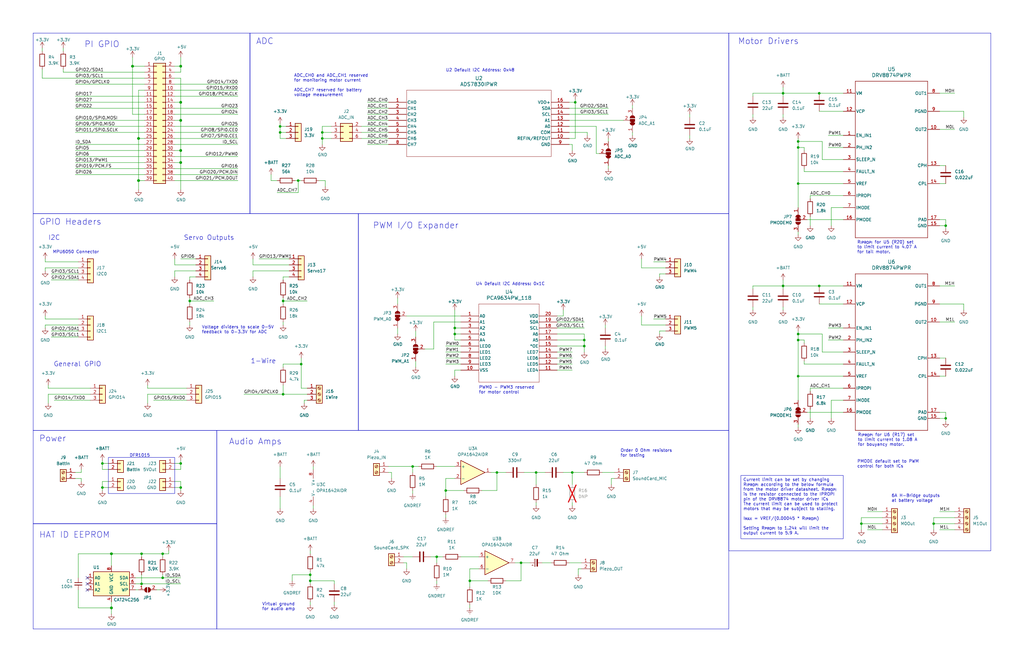
<source format=kicad_sch>
(kicad_sch (version 20250114) (generator "eeschema") (generator_version "9.0")
  (paper "B")
  (title_block (title "Open Source Thunniform Robot Pi Hat") (date "2025-04-16") (rev "2") (company "Open Source Hardware Enterprise") (comment 1 "Ben Keppers"))
  (rectangle (start 151.13 90.17) (end 307.34 181.61))
  (rectangle (start 307.34 13.97) (end 417.83 232.41))
  (rectangle (start 13.97 90.17) (end 151.13 181.61))
  (rectangle (start 13.97 220.98) (end 91.44 265.43))
  (rectangle (start 13.97 13.97) (end 105.41 90.17))
  (rectangle (start 91.44 181.61) (end 307.34 265.43))
  (rectangle (start 13.97 181.61) (end 91.44 220.98))
  (rectangle (start 105.41 13.97) (end 307.34 90.17))
  (rectangle (start 45.72 193.04) (end 73.66 208.28))
  (text "U2 Default I2C Address: 0x48" (at 187.96 30.48 0) (effects (font (size 1.27 1.27)) (justify left bottom)))
  (text "PWM I/O Expander" (at 157.226 96.774 0) (effects (font (size 2.54 2.54)) (justify left bottom)))
  (text "HAT ID EEPROM" (at 16.51 227.33 0) (effects (font (size 2.54 2.54)) (justify left bottom)))
  (text "1-Wire" (at 105.664 153.67 0) (effects (font (size 2 2)) (justify left bottom)))
  (text "GPIO Headers" (at 16.51 95.25 0) (effects (font (size 2.54 2.54)) (justify left bottom)))
  (text "MPU6050 Connector" (at 32.004 106.426 0) (effects (font (size 1.27 1.27))))
  (text "I2C" (at 20.32 101.6 0) (effects (font (size 2 2)) (justify left bottom)))
  (text "PMODE default set to PWM\ncontrol for both ICs" (at 361.442 197.612 0) (effects (font (size 1.27 1.27)) (justify left bottom)))
  (text "Motor Drivers" (at 311.15 19.05 0) (effects (font (size 2.54 2.54)) (justify left bottom)))
  (text "DFR1015" (at 54.61 193.04 0) (effects (font (size 1.27 1.27)) (justify left bottom)))
  (text "PI GPIO" (at 35.56 20.32 0) (effects (font (size 2.54 2.54)) (justify left bottom)))
  (text "U4 Default I2C Address: 0x1C" (at 200.66 120.65 0) (effects (font (size 1.27 1.27)) (justify left bottom)))
  (text "Order 0 Ohm resistors\nfor testing" (at 261.62 193.04 0) (effects (font (size 1.27 1.27)) (justify left bottom)))
  (text "Voltage dividers to scale 0-5V\nfeedback to 0-3.3V for ADC" (at 85.09 140.97 0) (effects (font (size 1.27 1.27)) (justify left bottom)))
  (text "R_{IPROPI} for U6 (R17) set\nto limit current to 1.08 A\nfor bouyancy motor." (at 361.696 185.674 0) (effects (font (size 1.27 1.27)) (justify left)))
  (text "Power" (at 16.51 186.69 0) (effects (font (size 2.54 2.54)) (justify left bottom)))
  (text "6A H-Bridge outputs\nat battery voltage" (at 375.92 212.09 0) (effects (font (size 1.27 1.27)) (justify left bottom)))
  (text "ADC" (at 107.95 19.05 0) (effects (font (size 2.54 2.54)) (justify left bottom)))
  (text "General GPIO" (at 22.606 154.94 0) (effects (font (size 2 2)) (justify left bottom)))
  (text "R_{IPROPI} for U5 (R20) set\nto limit current to 4.07 A\nfor tail motor." (at 361.442 104.394 0) (effects (font (size 1.27 1.27)) (justify left)))
  (text "Virtual ground \nfor audio amp" (at 110.49 257.81 0) (effects (font (size 1.27 1.27)) (justify left bottom)))
  (text "Audio Amps" (at 96.52 187.96 0) (effects (font (size 2.54 2.54)) (justify left bottom)))
  (text "ADC_CH0 and ADC_CH1 reserved\nfor monitoring motor current\n\nADC_CH7 reserved for battery\nvoltage measurement" (at 123.952 40.894 0) (effects (font (size 1.27 1.27)) (justify left bottom)))
  (text "PWM0 - PWM3 reserved \nfor motor control" (at 201.93 166.37 0) (effects (font (size 1.27 1.27)) (justify left bottom)))
  (text "Servo Outputs" (at 77.47 101.6 0) (effects (font (size 2 2)) (justify left bottom)))
  (text_box "Current limit can be set by changing R_{IPROPI} according to the below formula from the motor driver datasheet. R_{IPROPI} is the resistor connected to the IPROPI pin of the DRV8874 motor driver ICs\nThe current limit can be used to protect motors that may be subject to stalling.\n\nI_{MAX} = VREF/(0.00045 * R_{IPROPI})\n\nSetting R_{PROPI} to 1.24k will limit the output current to 5.9 A." (at 312.42 200.66 0) (size 43.18 26.67) (margins 0.9525 0.9525 0.9525 0.9525) (effects (font (size 1.27 1.27)) (justify left top)))
  (junction (at 130.81 242.57))
  (junction (at 76.2 27.94) (diameter 1.016))
  (junction (at 46.99 256.54) (diameter 1.016))
  (junction (at 76.2 43.18) (diameter 1.016))
  (junction (at 46.99 233.68) (diameter 1.016))
  (junction (at 226.06 199.39))
  (junction (at 59.69 246.38))
  (junction (at 43.18 195.58))
  (junction (at 80.01 127))
  (junction (at 68.58 243.84))
  (junction (at 336.55 77.47))
  (junction (at 336.55 59.69))
  (junction (at 345.44 39.37))
  (junction (at 187.96 207.01))
  (junction (at 76.2 205.74))
  (junction (at 241.3 199.39))
  (junction (at 59.69 233.68))
  (junction (at 127 153.67))
  (junction (at 43.18 205.74))
  (junction (at 58.42 76.2) (diameter 1.016))
  (junction (at 336.55 143.51))
  (junction (at 191.77 138.43))
  (junction (at 135.89 58.42))
  (junction (at 58.42 58.42) (diameter 1.016))
  (junction (at 173.99 196.85))
  (junction (at 119.38 166.37))
  (junction (at 393.7 220.98))
  (junction (at 76.2 68.58) (diameter 1.016))
  (junction (at 345.44 120.65))
  (junction (at 336.55 62.23))
  (junction (at 118.11 53.34))
  (junction (at 191.77 140.97))
  (junction (at 363.22 220.98))
  (junction (at 198.12 245.11))
  (junction (at 246.38 143.51))
  (junction (at 76.2 63.5) (diameter 1.016))
  (junction (at 76.2 195.58))
  (junction (at 68.58 233.68))
  (junction (at 184.15 234.95))
  (junction (at 135.89 55.88))
  (junction (at 125.73 76.2))
  (junction (at 76.2 50.8) (diameter 1.016))
  (junction (at 336.55 140.97))
  (junction (at 336.55 158.75))
  (junction (at 398.78 95.25))
  (junction (at 398.78 176.53))
  (junction (at 118.11 55.88))
  (junction (at 330.2 120.65))
  (junction (at 130.81 245.11))
  (junction (at 219.71 237.49))
  (junction (at 330.2 39.37))
  (junction (at 209.55 199.39))
  (junction (at 246.38 146.05))
  (junction (at 242.57 43.18))
  (junction (at 119.38 127))
  (junction (at 55.88 27.94) (diameter 1.016))
  (no_connect (at 36.83 243.84))
  (no_connect (at 36.83 246.38))
  (no_connect (at 36.83 248.92))
  (wire (pts (xy 184.15 234.95) (xy 184.15 237.49)))
  (wire (pts (xy 398.78 176.53) (xy 398.78 177.8)))
  (wire (pts (xy 350.52 87.63) (xy 355.6 87.63)))
  (wire (pts (xy 58.42 58.42) (xy 58.42 76.2)))
  (wire (pts (xy 73.66 58.42) (xy 100.33 58.42)))
  (wire (pts (xy 119.38 127) (xy 129.54 127)))
  (wire (pts (xy 82.55 116.84) (xy 80.01 116.84)))
  (wire (pts (xy 116.84 81.28) (xy 125.73 81.28)))
  (wire (pts (xy 349.25 57.15) (xy 355.6 57.15)))
  (wire (pts (xy 165.1 199.39) (xy 165.1 201.93)))
  (wire (pts (xy 90.17 127) (xy 80.01 127)))
  (wire (pts (xy 60.96 40.64) (xy 31.75 40.64)))
  (wire (pts (xy 46.99 233.68) (xy 59.69 233.68)))
  (wire (pts (xy 242.57 58.42) (xy 242.57 43.18)))
  (wire (pts (xy 21.59 142.24) (xy 33.02 142.24)))
  (wire (pts (xy 237.49 130.81) (xy 237.49 133.35)))
  (wire (pts (xy 109.22 109.22) (xy 121.92 109.22)))
  (wire (pts (xy 346.71 67.31) (xy 355.6 67.31)))
  (wire (pts (xy 154.94 45.72) (xy 163.83 45.72)))
  (wire (pts (xy 80.01 125.73) (xy 80.01 127)))
  (wire (pts (xy 76.2 33.02) (xy 76.2 43.18)))
  (wire (pts (xy 127 153.67) (xy 127 163.83)))
  (wire (pts (xy 406.4 128.27) (xy 406.4 130.81)))
  (wire (pts (xy 62.23 163.83) (xy 78.74 163.83)))
  (wire (pts (xy 76.2 50.8) (xy 73.66 50.8)))
  (wire (pts (xy 194.31 135.89) (xy 182.88 135.89)))
  (wire (pts (xy 340.36 92.71) (xy 355.6 92.71)))
  (wire (pts (xy 38.1 166.37) (xy 20.32 166.37)))
  (wire (pts (xy 184.15 245.11) (xy 184.15 246.38)))
  (wire (pts (xy 226.06 199.39) (xy 229.87 199.39)))
  (wire (pts (xy 330.2 39.37) (xy 345.44 39.37)))
  (wire (pts (xy 341.63 91.44) (xy 341.63 95.25)))
  (wire (pts (xy 175.26 139.7) (xy 175.26 142.24)))
  (wire (pts (xy 118.11 52.07) (xy 118.11 53.34)))
  (wire (pts (xy 20.32 162.56) (xy 20.32 163.83)))
  (wire (pts (xy 76.2 63.5) (xy 76.2 68.58)))
  (wire (pts (xy 62.23 166.37) (xy 62.23 170.18)))
  (wire (pts (xy 191.77 158.75) (xy 191.77 156.21)))
  (wire (pts (xy 237.49 133.35) (xy 234.95 133.35)))
  (wire (pts (xy 241.3 63.5) (xy 241.3 60.96)))
  (wire (pts (xy 226.06 199.39) (xy 226.06 204.47)))
  (wire (pts (xy 341.63 165.1) (xy 341.63 163.83)))
  (wire (pts (xy 396.24 92.71) (xy 398.78 92.71)))
  (wire (pts (xy 336.55 97.79) (xy 336.55 99.06)))
  (wire (pts (xy 226.06 212.09) (xy 226.06 213.36)))
  (wire (pts (xy 68.58 242.57) (xy 68.58 243.84)))
  (wire (pts (xy 393.7 218.44) (xy 402.59 218.44)))
  (wire (pts (xy 134.62 76.2) (xy 137.16 76.2)))
  (wire (pts (xy 396.24 95.25) (xy 398.78 95.25)))
  (wire (pts (xy 187.96 217.17) (xy 187.96 218.44)))
  (wire (pts (xy 184.15 234.95) (xy 186.69 234.95)))
  (wire (pts (xy 140.97 254) (xy 140.97 255.27)))
  (wire (pts (xy 339.09 72.39) (xy 339.09 71.12)))
  (wire (pts (xy 43.18 195.58) (xy 43.18 198.12)))
  (wire (pts (xy 336.55 143.51) (xy 336.55 158.75)))
  (wire (pts (xy 20.32 163.83) (xy 38.1 163.83)))
  (wire (pts (xy 20.32 166.37) (xy 20.32 170.18)))
  (wire (pts (xy 396.24 128.27) (xy 406.4 128.27)))
  (wire (pts (xy 130.81 232.41) (xy 130.81 233.68)))
  (wire (pts (xy 76.2 50.8) (xy 76.2 63.5)))
  (wire (pts (xy 396.24 223.52) (xy 402.59 223.52)))
  (wire (pts (xy 317.5 129.54) (xy 317.5 130.81)))
  (wire (pts (xy 121.92 116.84) (xy 119.38 116.84)))
  (wire (pts (xy 317.5 39.37) (xy 330.2 39.37)))
  (wire (pts (xy 106.68 111.76) (xy 121.92 111.76)))
  (wire (pts (xy 243.84 240.03) (xy 245.11 240.03)))
  (wire (pts (xy 73.66 35.56) (xy 100.33 35.56)))
  (wire (pts (xy 341.63 82.55) (xy 355.6 82.55)))
  (wire (pts (xy 132.08 196.85) (xy 132.08 198.12)))
  (wire (pts (xy 278.13 116.84) (xy 278.13 115.57)))
  (wire (pts (xy 181.61 234.95) (xy 184.15 234.95)))
  (wire (pts (xy 58.42 38.1) (xy 58.42 58.42)))
  (wire (pts (xy 127 151.13) (xy 127 153.67)))
  (wire (pts (xy 73.66 114.3) (xy 82.55 114.3)))
  (wire (pts (xy 57.15 243.84) (xy 68.58 243.84)))
  (wire (pts (xy 173.99 207.01) (xy 173.99 208.28)))
  (wire (pts (xy 330.2 118.11) (xy 330.2 120.65)))
  (wire (pts (xy 130.81 241.3) (xy 130.81 242.57)))
  (wire (pts (xy 152.4 58.42) (xy 163.83 58.42)))
  (wire (pts (xy 396.24 54.61) (xy 402.59 54.61)))
  (wire (pts (xy 330.2 48.26) (xy 330.2 49.53)))
  (wire (pts (xy 234.95 148.59) (xy 241.3 148.59)))
  (wire (pts (xy 240.03 43.18) (xy 242.57 43.18)))
  (wire (pts (xy 255.27 137.16) (xy 255.27 138.43)))
  (wire (pts (xy 241.3 60.96) (xy 240.03 60.96)))
  (wire (pts (xy 336.55 139.7) (xy 336.55 140.97)))
  (wire (pts (xy 58.42 38.1) (xy 60.96 38.1)))
  (wire (pts (xy 187.96 207.01) (xy 187.96 209.55)))
  (wire (pts (xy 57.15 248.92) (xy 58.42 248.92)))
  (wire (pts (xy 66.04 248.92) (xy 67.31 248.92)))
  (wire (pts (xy 135.89 58.42) (xy 135.89 60.96)))
  (wire (pts (xy 73.66 55.88) (xy 100.33 55.88)))
  (wire (pts (xy 73.66 205.74) (xy 76.2 205.74)))
  (wire (pts (xy 340.36 173.99) (xy 355.6 173.99)))
  (wire (pts (xy 60.96 60.96) (xy 31.75 60.96)))
  (wire (pts (xy 31.75 63.5) (xy 60.96 63.5)))
  (wire (pts (xy 349.25 62.23) (xy 355.6 62.23)))
  (wire (pts (xy 45.72 203.2) (xy 43.18 203.2)))
  (wire (pts (xy 19.05 109.22) (xy 19.05 110.49)))
  (wire (pts (xy 118.11 55.88) (xy 120.65 55.88)))
  (wire (pts (xy 137.16 76.2) (xy 137.16 78.74)))
  (wire (pts (xy 336.55 59.69) (xy 346.71 59.69)))
  (wire (pts (xy 240.03 53.34) (xy 251.46 53.34)))
  (wire (pts (xy 21.59 115.57) (xy 33.02 115.57)))
  (wire (pts (xy 33.02 113.03) (xy 19.05 113.03)))
  (wire (pts (xy 124.46 76.2) (xy 125.73 76.2)))
  (wire (pts (xy 406.4 46.99) (xy 406.4 49.53)))
  (wire (pts (xy 33.02 137.16) (xy 19.05 137.16)))
  (wire (pts (xy 363.22 220.98) (xy 372.11 220.98)))
  (wire (pts (xy 171.45 237.49) (xy 171.45 240.03)))
  (wire (pts (xy 251.46 53.34) (xy 251.46 64.77)))
  (wire (pts (xy 345.44 128.27) (xy 355.6 128.27)))
  (wire (pts (xy 118.11 53.34) (xy 120.65 53.34)))
  (wire (pts (xy 106.68 109.22) (xy 106.68 111.76)))
  (wire (pts (xy 59.69 246.38) (xy 76.2 246.38)))
  (wire (pts (xy 43.18 203.2) (xy 43.18 205.74)))
  (wire (pts (xy 123.19 242.57) (xy 123.19 245.11)))
  (wire (pts (xy 209.55 207.01) (xy 209.55 199.39)))
  (wire (pts (xy 255.27 146.05) (xy 255.27 147.32)))
  (wire (pts (xy 270.51 113.03) (xy 280.67 113.03)))
  (wire (pts (xy 58.42 58.42) (xy 60.96 58.42)))
  (wire (pts (xy 71.12 232.41) (xy 71.12 233.68)))
  (wire (pts (xy 363.22 218.44) (xy 363.22 220.98)))
  (wire (pts (xy 119.38 135.89) (xy 119.38 137.16)))
  (wire (pts (xy 118.11 55.88) (xy 118.11 58.42)))
  (wire (pts (xy 402.59 39.37) (xy 396.24 39.37)))
  (wire (pts (xy 73.66 45.72) (xy 100.33 45.72)))
  (wire (pts (xy 46.99 233.68) (xy 46.99 238.76)))
  (wire (pts (xy 73.66 111.76) (xy 82.55 111.76)))
  (wire (pts (xy 125.73 81.28) (xy 125.73 76.2)))
  (wire (pts (xy 396.24 173.99) (xy 398.78 173.99)))
  (wire (pts (xy 22.86 168.91) (xy 38.1 168.91)))
  (wire (pts (xy 240.03 50.8) (xy 262.89 50.8)))
  (wire (pts (xy 119.38 154.94) (xy 119.38 153.67)))
  (wire (pts (xy 398.78 95.25) (xy 398.78 96.52)))
  (wire (pts (xy 182.88 147.32) (xy 179.07 147.32)))
  (wire (pts (xy 26.67 29.21) (xy 26.67 30.48)))
  (wire (pts (xy 73.66 76.2) (xy 100.33 76.2)))
  (wire (pts (xy 58.42 76.2) (xy 58.42 80.01)))
  (wire (pts (xy 31.75 43.18) (xy 60.96 43.18)))
  (wire (pts (xy 154.94 50.8) (xy 163.83 50.8)))
  (wire (pts (xy 76.2 198.12) (xy 76.2 195.58)))
  (wire (pts (xy 31.75 199.39) (xy 34.29 199.39)))
  (wire (pts (xy 336.55 140.97) (xy 346.71 140.97)))
  (wire (pts (xy 201.93 240.03) (xy 198.12 240.03)))
  (wire (pts (xy 55.88 24.13) (xy 55.88 27.94)))
  (wire (pts (xy 80.01 116.84) (xy 80.01 118.11)))
  (wire (pts (xy 341.63 163.83) (xy 355.6 163.83)))
  (wire (pts (xy 240.03 237.49) (xy 245.11 237.49)))
  (wire (pts (xy 290.83 48.26) (xy 290.83 49.53)))
  (wire (pts (xy 256.54 69.85) (xy 256.54 71.12)))
  (wire (pts (xy 398.78 92.71) (xy 398.78 95.25)))
  (wire (pts (xy 123.19 242.57) (xy 130.81 242.57)))
  (wire (pts (xy 270.51 137.16) (xy 280.67 137.16)))
  (wire (pts (xy 76.2 68.58) (xy 73.66 68.58)))
  (wire (pts (xy 234.95 156.21) (xy 241.3 156.21)))
  (wire (pts (xy 213.36 245.11) (xy 219.71 245.11)))
  (wire (pts (xy 73.66 198.12) (xy 76.2 198.12)))
  (wire (pts (xy 80.01 127) (xy 80.01 128.27)))
  (wire (pts (xy 135.89 53.34) (xy 135.89 55.88)))
  (wire (pts (xy 247.65 55.88) (xy 247.65 57.15)))
  (wire (pts (xy 209.55 199.39) (xy 213.36 199.39)))
  (wire (pts (xy 339.09 62.23) (xy 336.55 62.23)))
  (wire (pts (xy 43.18 194.31) (xy 43.18 195.58)))
  (wire (pts (xy 191.77 201.93) (xy 187.96 201.93)))
  (wire (pts (xy 19.05 133.35) (xy 19.05 134.62)))
  (wire (pts (xy 152.4 53.34) (xy 163.83 53.34)))
  (wire (pts (xy 152.4 55.88) (xy 163.83 55.88)))
  (wire (pts (xy 266.7 55.88) (xy 266.7 57.15)))
  (wire (pts (xy 234.95 143.51) (xy 246.38 143.51)))
  (wire (pts (xy 350.52 95.25) (xy 350.52 87.63)))
  (wire (pts (xy 31.75 55.88) (xy 60.96 55.88)))
  (wire (pts (xy 228.6 237.49) (xy 232.41 237.49)))
  (wire (pts (xy 68.58 243.84) (xy 76.2 243.84)))
  (wire (pts (xy 256.54 58.42) (xy 256.54 59.69)))
  (wire (pts (xy 31.75 201.93) (xy 34.29 201.93)))
  (wire (pts (xy 219.71 237.49) (xy 223.52 237.49)))
  (wire (pts (xy 21.59 118.11) (xy 33.02 118.11)))
  (wire (pts (xy 55.88 48.26) (xy 60.96 48.26)))
  (wire (pts (xy 330.2 120.65) (xy 330.2 121.92)))
  (wire (pts (xy 278.13 115.57) (xy 280.67 115.57)))
  (wire (pts (xy 336.55 158.75) (xy 336.55 168.91)))
  (wire (pts (xy 26.67 30.48) (xy 60.96 30.48)))
  (wire (pts (xy 246.38 140.97) (xy 246.38 143.51)))
  (wire (pts (xy 76.2 27.94) (xy 76.2 30.48)))
  (wire (pts (xy 43.18 205.74) (xy 43.18 207.01)))
  (wire (pts (xy 135.89 55.88) (xy 139.7 55.88)))
  (wire (pts (xy 118.11 196.85) (xy 118.11 201.93)))
  (wire (pts (xy 346.71 140.97) (xy 346.71 148.59)))
  (wire (pts (xy 76.2 203.2) (xy 76.2 205.74)))
  (wire (pts (xy 19.05 110.49) (xy 33.02 110.49)))
  (wire (pts (xy 346.71 148.59) (xy 355.6 148.59)))
  (wire (pts (xy 76.2 43.18) (xy 76.2 50.8)))
  (wire (pts (xy 191.77 138.43) (xy 191.77 140.97)))
  (wire (pts (xy 73.66 40.64) (xy 100.33 40.64)))
  (wire (pts (xy 240.03 55.88) (xy 247.65 55.88)))
  (wire (pts (xy 76.2 43.18) (xy 73.66 43.18)))
  (wire (pts (xy 167.64 138.43) (xy 167.64 140.97)))
  (wire (pts (xy 34.29 201.93) (xy 34.29 203.2)))
  (wire (pts (xy 396.24 135.89) (xy 402.59 135.89)))
  (wire (pts (xy 116.84 76.2) (xy 114.3 76.2)))
  (wire (pts (xy 345.44 120.65) (xy 355.6 120.65)))
  (wire (pts (xy 393.7 220.98) (xy 402.59 220.98)))
  (wire (pts (xy 76.2 24.13) (xy 76.2 27.94)))
  (wire (pts (xy 317.5 120.65) (xy 330.2 120.65)))
  (wire (pts (xy 31.75 35.56) (xy 60.96 35.56)))
  (wire (pts (xy 26.67 20.32) (xy 26.67 21.59)))
  (wire (pts (xy 130.81 245.11) (xy 130.81 246.38)))
  (wire (pts (xy 191.77 140.97) (xy 191.77 143.51)))
  (wire (pts (xy 59.69 242.57) (xy 59.69 246.38)))
  (wire (pts (xy 275.59 134.62) (xy 280.67 134.62)))
  (wire (pts (xy 76.2 27.94) (xy 73.66 27.94)))
  (wire (pts (xy 55.88 27.94) (xy 55.88 48.26)))
  (wire (pts (xy 114.3 76.2) (xy 114.3 73.66)))
  (wire (pts (xy 128.27 168.91) (xy 128.27 170.18)))
  (wire (pts (xy 345.44 46.99) (xy 355.6 46.99)))
  (wire (pts (xy 73.66 48.26) (xy 100.33 48.26)))
  (wire (pts (xy 73.66 109.22) (xy 73.66 111.76)))
  (wire (pts (xy 350.52 168.91) (xy 355.6 168.91)))
  (wire (pts (xy 396.24 46.99) (xy 406.4 46.99)))
  (wire (pts (xy 187.96 207.01) (xy 195.58 207.01)))
  (wire (pts (xy 73.66 38.1) (xy 100.33 38.1)))
  (wire (pts (xy 68.58 234.95) (xy 68.58 233.68)))
  (wire (pts (xy 59.69 233.68) (xy 68.58 233.68)))
  (wire (pts (xy 17.78 33.02) (xy 60.96 33.02)))
  (wire (pts (xy 393.7 218.44) (xy 393.7 220.98)))
  (wire (pts (xy 246.38 146.05) (xy 246.38 148.59)))
  (wire (pts (xy 76.2 205.74) (xy 76.2 207.01)))
  (wire (pts (xy 73.66 116.84) (xy 73.66 114.3)))
  (wire (pts (xy 257.81 204.47) (xy 257.81 201.93)))
  (wire (pts (xy 187.96 146.05) (xy 194.31 146.05)))
  (wire (pts (xy 119.38 125.73) (xy 119.38 127)))
  (wire (pts (xy 270.51 133.35) (xy 270.51 137.16)))
  (wire (pts (xy 125.73 76.2) (xy 127 76.2)))
  (wire (pts (xy 57.15 246.38) (xy 59.69 246.38)))
  (wire (pts (xy 154.94 60.96) (xy 163.83 60.96)))
  (wire (pts (xy 80.01 135.89) (xy 80.01 137.16)))
  (wire (pts (xy 191.77 143.51) (xy 194.31 143.51)))
  (wire (pts (xy 341.63 83.82) (xy 341.63 82.55)))
  (wire (pts (xy 171.45 133.35) (xy 194.31 133.35)))
  (wire (pts (xy 396.24 151.13) (xy 398.78 151.13)))
  (wire (pts (xy 130.81 245.11) (xy 140.97 245.11)))
  (wire (pts (xy 140.97 245.11) (xy 140.97 246.38)))
  (wire (pts (xy 317.5 120.65) (xy 317.5 121.92)))
  (wire (pts (xy 330.2 129.54) (xy 330.2 130.81)))
  (wire (pts (xy 187.96 201.93) (xy 187.96 207.01)))
  (wire (pts (xy 363.22 218.44) (xy 372.11 218.44)))
  (wire (pts (xy 106.68 114.3) (xy 121.92 114.3)))
  (wire (pts (xy 31.75 45.72) (xy 60.96 45.72)))
  (wire (pts (xy 73.66 195.58) (xy 76.2 195.58)))
  (wire (pts (xy 31.75 53.34) (xy 60.96 53.34)))
  (wire (pts (xy 270.51 109.22) (xy 270.51 113.03)))
  (wire (pts (xy 290.83 57.15) (xy 290.83 58.42)))
  (wire (pts (xy 339.09 144.78) (xy 339.09 143.51)))
  (wire (pts (xy 336.55 140.97) (xy 336.55 143.51)))
  (wire (pts (xy 78.74 166.37) (xy 62.23 166.37)))
  (wire (pts (xy 234.95 153.67) (xy 241.3 153.67)))
  (wire (pts (xy 246.38 138.43) (xy 234.95 138.43)))
  (wire (pts (xy 234.95 151.13) (xy 241.3 151.13)))
  (wire (pts (xy 198.12 245.11) (xy 205.74 245.11)))
  (wire (pts (xy 173.99 196.85) (xy 173.99 199.39)))
  (wire (pts (xy 237.49 199.39) (xy 241.3 199.39)))
  (wire (pts (xy 254 199.39) (xy 259.08 199.39)))
  (wire (pts (xy 317.5 39.37) (xy 317.5 40.64)))
  (wire (pts (xy 119.38 116.84) (xy 119.38 118.11)))
  (wire (pts (xy 341.63 172.72) (xy 341.63 176.53)))
  (wire (pts (xy 234.95 146.05) (xy 246.38 146.05)))
  (wire (pts (xy 191.77 156.21) (xy 194.31 156.21)))
  (wire (pts (xy 336.55 62.23) (xy 336.55 77.47)))
  (wire (pts (xy 129.54 168.91) (xy 128.27 168.91)))
  (wire (pts (xy 396.24 77.47) (xy 398.78 77.47)))
  (wire (pts (xy 135.89 55.88) (xy 135.89 58.42)))
  (wire (pts (xy 76.2 195.58) (xy 76.2 194.31)))
  (wire (pts (xy 336.55 58.42) (xy 336.55 59.69)))
  (wire (pts (xy 243.84 242.57) (xy 243.84 240.03)))
  (wire (pts (xy 355.6 72.39) (xy 339.09 72.39)))
  (wire (pts (xy 191.77 130.81) (xy 191.77 138.43)))
  (wire (pts (xy 31.75 66.04) (xy 60.96 66.04)))
  (wire (pts (xy 118.11 58.42) (xy 120.65 58.42)))
  (wire (pts (xy 350.52 176.53) (xy 350.52 168.91)))
  (wire (pts (xy 19.05 134.62) (xy 33.02 134.62)))
  (wire (pts (xy 76.2 30.48) (xy 73.66 30.48)))
  (wire (pts (xy 257.81 201.93) (xy 259.08 201.93)))
  (wire (pts (xy 119.38 162.56) (xy 119.38 166.37)))
  (wire (pts (xy 336.55 59.69) (xy 336.55 62.23)))
  (wire (pts (xy 170.18 237.49) (xy 171.45 237.49)))
  (wire (pts (xy 118.11 53.34) (xy 118.11 55.88)))
  (wire (pts (xy 31.75 71.12) (xy 60.96 71.12)))
  (wire (pts (xy 118.11 209.55) (xy 118.11 214.63)))
  (wire (pts (xy 393.7 220.98) (xy 393.7 223.52)))
  (wire (pts (xy 73.66 71.12) (xy 100.33 71.12)))
  (wire (pts (xy 135.89 58.42) (xy 139.7 58.42)))
  (wire (pts (xy 173.99 196.85) (xy 176.53 196.85)))
  (wire (pts (xy 119.38 153.67) (xy 127 153.67)))
  (wire (pts (xy 132.08 213.36) (xy 132.08 214.63)))
  (wire (pts (xy 73.66 66.04) (xy 100.33 66.04)))
  (wire (pts (xy 58.42 76.2) (xy 60.96 76.2)))
  (wire (pts (xy 194.31 234.95) (xy 201.93 234.95)))
  (wire (pts (xy 220.98 199.39) (xy 226.06 199.39)))
  (wire (pts (xy 182.88 135.89) (xy 182.88 147.32)))
  (wire (pts (xy 396.24 215.9) (xy 402.59 215.9)))
  (wire (pts (xy 198.12 240.03) (xy 198.12 245.11)))
  (wire (pts (xy 187.96 148.59) (xy 194.31 148.59)))
  (wire (pts (xy 19.05 137.16) (xy 19.05 138.43)))
  (wire (pts (xy 73.66 73.66) (xy 100.33 73.66)))
  (wire (pts (xy 349.25 143.51) (xy 355.6 143.51)))
  (wire (pts (xy 330.2 120.65) (xy 345.44 120.65)))
  (wire (pts (xy 154.94 48.26) (xy 163.83 48.26)))
  (wire (pts (xy 68.58 233.68) (xy 71.12 233.68)))
  (wire (pts (xy 251.46 64.77) (xy 252.73 64.77)))
  (wire (pts (xy 19.05 113.03) (xy 19.05 114.3)))
  (wire (pts (xy 76.2 33.02) (xy 73.66 33.02)))
  (wire (pts (xy 256.54 48.26) (xy 240.03 48.26)))
  (wire (pts (xy 175.26 152.4) (xy 175.26 154.94)))
  (wire (pts (xy 234.95 140.97) (xy 246.38 140.97)))
  (wire (pts (xy 31.75 73.66) (xy 60.96 73.66)))
  (wire (pts (xy 346.71 59.69) (xy 346.71 67.31)))
  (wire (pts (xy 62.23 162.56) (xy 62.23 163.83)))
  (wire (pts (xy 163.83 196.85) (xy 173.99 196.85)))
  (wire (pts (xy 330.2 36.83) (xy 330.2 39.37)))
  (wire (pts (xy 207.01 199.39) (xy 209.55 199.39)))
  (wire (pts (xy 398.78 173.99) (xy 398.78 176.53)))
  (wire (pts (xy 187.96 151.13) (xy 194.31 151.13)))
  (wire (pts (xy 402.59 120.65) (xy 396.24 120.65)))
  (wire (pts (xy 275.59 110.49) (xy 280.67 110.49)))
  (wire (pts (xy 203.2 207.01) (xy 209.55 207.01)))
  (wire (pts (xy 241.3 212.09) (xy 241.3 213.36)))
  (wire (pts (xy 184.15 196.85) (xy 191.77 196.85)))
  (wire (pts (xy 339.09 143.51) (xy 336.55 143.51)))
  (wire (pts (xy 154.94 43.18) (xy 163.83 43.18)))
  (wire (pts (xy 135.89 53.34) (xy 139.7 53.34)))
  (wire (pts (xy 119.38 166.37) (xy 129.54 166.37)))
  (wire (pts (xy 33.02 233.68) (xy 33.02 243.84)))
  (wire (pts (xy 33.02 248.92) (xy 33.02 256.54)))
  (wire (pts (xy 33.02 256.54) (xy 46.99 256.54)))
  (wire (pts (xy 46.99 233.68) (xy 33.02 233.68)))
  (wire (pts (xy 330.2 39.37) (xy 330.2 40.64)))
  (wire (pts (xy 76.2 109.22) (xy 82.55 109.22)))
  (wire (pts (xy 241.3 199.39) (xy 246.38 199.39)))
  (wire (pts (xy 246.38 143.51) (xy 246.38 146.05)))
  (wire (pts (xy 266.7 44.45) (xy 266.7 45.72)))
  (wire (pts (xy 191.77 140.97) (xy 194.31 140.97)))
  (wire (pts (xy 339.09 63.5) (xy 339.09 62.23)))
  (wire (pts (xy 46.99 254) (xy 46.99 256.54)))
  (wire (pts (xy 46.99 256.54) (xy 46.99 259.08)))
  (wire (pts (xy 336.55 158.75) (xy 355.6 158.75)))
  (wire (pts (xy 17.78 20.32) (xy 17.78 21.59)))
  (wire (pts (xy 102.87 166.37) (xy 119.38 166.37)))
  (wire (pts (xy 345.44 39.37) (xy 355.6 39.37)))
  (wire (pts (xy 240.03 58.42) (xy 242.57 58.42)))
  (wire (pts (xy 170.18 234.95) (xy 173.99 234.95)))
  (wire (pts (xy 76.2 68.58) (xy 76.2 80.01)))
  (wire (pts (xy 363.22 220.98) (xy 363.22 223.52)))
  (wire (pts (xy 217.17 237.49) (xy 219.71 237.49)))
  (wire (pts (xy 73.66 53.34) (xy 100.33 53.34)))
  (wire (pts (xy 60.96 68.58) (xy 31.75 68.58)))
  (wire (pts (xy 163.83 199.39) (xy 165.1 199.39)))
  (wire (pts (xy 119.38 127) (xy 119.38 128.27)))
  (wire (pts (xy 73.66 203.2) (xy 76.2 203.2)))
  (wire (pts (xy 43.18 195.58) (xy 45.72 195.58)))
  (wire (pts (xy 187.96 153.67) (xy 194.31 153.67)))
  (wire (pts (xy 336.55 77.47) (xy 336.55 87.63)))
  (wire (pts (xy 396.24 69.85) (xy 398.78 69.85)))
  (wire (pts (xy 396.24 176.53) (xy 398.78 176.53)))
  (wire (pts (xy 43.18 198.12) (xy 45.72 198.12)))
  (wire (pts (xy 34.29 199.39) (xy 34.29 198.12)))
  (wire (pts (xy 336.55 179.07) (xy 336.55 180.34)))
  (wire (pts (xy 76.2 63.5) (xy 73.66 63.5)))
  (wire (pts (xy 336.55 77.47) (xy 355.6 77.47)))
  (wire (pts (xy 317.5 48.26) (xy 317.5 49.53)))
  (wire (pts (xy 246.38 135.89) (xy 234.95 135.89)))
  (wire (pts (xy 43.18 205.74) (xy 45.72 205.74)))
  (wire (pts (xy 64.77 168.91) (xy 78.74 168.91)))
  (wire (pts (xy 59.69 234.95) (xy 59.69 233.68)))
  (wire (pts (xy 241.3 199.39) (xy 241.3 204.47)))
  (wire (pts (xy 242.57 41.91) (xy 242.57 43.18)))
  (wire (pts (xy 198.12 255.27) (xy 198.12 256.54)))
  (wire (pts (xy 278.13 139.7) (xy 280.67 139.7)))
  (wire (pts (xy 55.88 27.94) (xy 60.96 27.94)))
  (wire (pts (xy 198.12 245.11) (xy 198.12 247.65)))
  (wire (pts (xy 355.6 153.67) (xy 339.09 153.67)))
  (wire (pts (xy 278.13 140.97) (xy 278.13 139.7)))
  (wire (pts (xy 256.54 45.72) (xy 240.03 45.72)))
  (wire (pts (xy 339.09 153.67) (xy 339.09 152.4)))
  (wire (pts (xy 396.24 158.75) (xy 398.78 158.75)))
  (wire (pts (xy 127 163.83) (xy 129.54 163.83)))
  (wire (pts (xy 365.76 215.9) (xy 372.11 215.9)))
  (wire (pts (xy 365.76 223.52) (xy 372.11 223.52)))
  (wire (pts (xy 106.68 116.84) (xy 106.68 114.3)))
  (wire (pts (xy 130.81 254) (xy 130.81 255.27)))
  (wire (pts (xy 219.71 237.49) (xy 219.71 245.11)))
  (wire (pts (xy 349.25 138.43) (xy 355.6 138.43)))
  (wire (pts (xy 167.64 125.73) (xy 167.64 128.27)))
  (wire (pts (xy 130.81 242.57) (xy 130.81 245.11)))
  (wire (pts (xy 21.59 139.7) (xy 33.02 139.7)))
  (wire (pts (xy 191.77 138.43) (xy 194.31 138.43)))
  (wire (pts (xy 60.96 50.8) (xy 31.75 50.8)))
  (wire (pts (xy 73.66 60.96) (xy 100.33 60.96)))
  (wire (pts (xy 17.78 29.21) (xy 17.78 33.02)))
  (label "ADC_CH4" (at 154.94 53.34 0))
  (label "ADC_CH7" (at 116.84 81.28 0))
  (label "PWM5" (at 275.59 134.62 0))
  (label "PWM1" (at 187.96 148.59 0))
  (label "ID_SDA" (at 31.75 60.96 0))
  (label "GPIO6" (at 31.75 66.04 0))
  (label "PWM6" (at 241.3 151.13 180))
  (label "PWM5" (at 241.3 153.67 180))
  (label "ID_SDA" (at 76.2 243.84 180))
  (label "PWM0" (at 187.96 146.05 0))
  (label "ID_SCL" (at 100.33 60.96 180))
  (label "ADC_CH1" (at 154.94 45.72 0))
  (label "GPIO5" (at 31.75 63.5 0))
  (label "GPIO15{slash}RXD0" (at 64.77 168.91 0))
  (label "GPIO21{slash}PCM.DOUT" (at 100.33 76.2 180))
  (label "GPIO19{slash}PCM.FS" (at 31.75 71.12 0))
  (label "GPIO10{slash}SPI0.MOSI" (at 31.75 50.8 0))
  (label "GPIO9{slash}SPI0.MISO" (at 31.75 53.34 0))
  (label "GPIO3{slash}SCL1" (at 21.59 142.24 0))
  (label "GPIO23" (at 100.33 45.72 180))
  (label "ADC_CH0" (at 341.63 82.55 0))
  (label "GPIO4{slash}GPCLK0" (at 31.75 35.56 0))
  (label "ADC_CH6" (at 154.94 58.42 0))
  (label "GPIO27" (at 31.75 43.18 0))
  (label "PWM3" (at 187.96 153.67 0))
  (label "PWM1" (at 349.25 57.15 0))
  (label "GPIO26" (at 31.75 73.66 0))
  (label "ADC_CH0" (at 154.94 43.18 0))
  (label "GPIO14{slash}TXD0" (at 100.33 35.56 180))
  (label "M0H" (at 402.59 39.37 180))
  (label "GPIO8{slash}SPI0.CE0" (at 100.33 55.88 180))
  (label "GPIO15{slash}RXD0" (at 100.33 38.1 180))
  (label "GPIO16" (at 100.33 71.12 180))
  (label "ADC_CH5" (at 154.94 55.88 0))
  (label "GPIO3{slash}SCL1" (at 246.38 138.43 180))
  (label "PWM7" (at 241.3 148.59 180))
  (label "GPIO2{slash}SDA1" (at 246.38 135.89 180))
  (label "GPIO2{slash}SDA1" (at 256.54 45.72 180))
  (label "M0L" (at 402.59 54.61 180))
  (label "ADC_CH2" (at 129.54 127 180))
  (label "M1L" (at 402.59 135.89 180))
  (label "GPIO22" (at 31.75 45.72 0))
  (label "ADC_CH3" (at 90.17 127 180))
  (label "PWM4" (at 275.59 110.49 0))
  (label "GPIO2{slash}SDA1" (at 31.75 30.48 0))
  (label "GPIO17" (at 31.75 40.64 0))
  (label "PWM2" (at 187.96 151.13 0))
  (label "GPIO3{slash}SCL1" (at 256.54 48.26 180))
  (label "M0L" (at 365.76 223.52 0))
  (label "GPIO14{slash}TXD0" (at 22.86 168.91 0))
  (label "GPIO2{slash}SDA1" (at 21.59 139.7 0))
  (label "PWM2" (at 349.25 143.51 0))
  (label "GPIO25" (at 100.33 53.34 180))
  (label "GPIO3{slash}SCL1" (at 31.75 33.02 0))
  (label "GPIO18{slash}PCM.CLK" (at 100.33 40.64 180))
  (label "GPIO12{slash}PWM0" (at 100.33 66.04 180))
  (label "M0H" (at 365.76 215.9 0))
  (label "PWM4" (at 241.3 156.21 180))
  (label "GPIO13{slash}PWM1" (at 31.75 68.58 0))
  (label "M1H" (at 402.59 120.65 180))
  (label "ADC_CH7" (at 154.94 60.96 0))
  (label "GPIO20{slash}PCM.DIN" (at 100.33 73.66 180))
  (label "GPIO24" (at 100.33 48.26 180))
  (label "GPIO6" (at 76.2 109.22 0))
  (label "GPIO2{slash}SDA1" (at 21.59 118.11 0))
  (label "GPIO7{slash}SPI0.CE1" (at 100.33 58.42 180))
  (label "GPIO4{slash}GPCLK0" (at 102.87 166.37 0))
  (label "GPIO13{slash}PWM1" (at 109.22 109.22 0))
  (label "ADC_CH3" (at 154.94 50.8 0))
  (label "GPIO3{slash}SCL1" (at 21.59 115.57 0))
  (label "M1H" (at 396.24 215.9 0))
  (label "PWM0" (at 349.25 62.23 0))
  (label "ADC_CH1" (at 341.63 163.83 0))
  (label "ID_SCL" (at 76.2 246.38 180))
  (label "PWM3" (at 349.25 138.43 0))
  (label "M1L" (at 396.24 223.52 0))
  (label "ADC_CH2" (at 154.94 48.26 0))
  (label "GPIO11{slash}SPI0.SCLK" (at 31.75 55.88 0))
  (symbol (lib_id "power:+5V") (at 76.2 24.13 0) (unit 1)
    (property "Reference" "#PWR01" (effects (hide yes)))
    (property "Value" "+5V" (at 76.5683 19.8056 0))
  )
  (symbol (lib_id "power:+3.3V") (at 55.88 24.13 0) (unit 1)
    (property "Reference" "#PWR0119" (effects (hide yes)))
    (property "Value" "+3.3V" (at 55.88 20.574 0))
  )
  (symbol (lib_id "power:GND") (at 76.2 80.01 0) (unit 1)
    (property "Reference" "#PWR02" (effects (hide yes)))
    (property "Value" "GND" (at 76.3143 84.3344 0))
  )
  (symbol (lib_id "power:GND") (at 58.42 80.01 0) (unit 1)
    (property "Reference" "#PWR03" (effects (hide yes)))
    (property "Value" "GND" (at 58.5343 84.3344 0))
  )
  (symbol (lib_id "Connector_Generic:Conn_02x20_Odd_Even") (at 66.04 50.8 0) (unit 1)
    (property "Reference" "J1" (at 67.31 22.4598 0))
    (property "Value" "GPIO" (at 67.31 24.765 0))
    (property "Footprint" "Connector_PinSocket_2.54mm:PinSocket_2x20_P2.54mm_Vertical" (effects (hide yes)))
  )
  (symbol (lib_id "Device:R") (at 209.55 245.11 270) (unit 1)
    (property "Reference" "R13" (at 209.55 247.65 90))
    (property "Value" "10K" (at 209.55 250.19 90))
    (property "Footprint" "Resistor_SMD:R_0603_1608Metric" (effects (hide yes)))
  )
  (symbol (lib_name "GND_12") (lib_id "power:GND") (at 19.05 114.3 0) (unit 1)
    (property "Reference" "#PWR083" (effects (hide yes)))
    (property "Value" "GND" (at 19.05 119.38 0))
  )
  (symbol (lib_id "Device:R") (at 190.5 234.95 90) (unit 1)
    (property "Reference" "R11" (at 190.5 228.6 90))
    (property "Value" "1K" (at 190.5 231.14 90))
    (property "Footprint" "Resistor_SMD:R_0603_1608Metric" (effects (hide yes)))
  )
  (symbol (lib_id "Jumper:SolderJumper_3_Bridged12") (at 256.54 64.77 270) (mirror x) (unit 1)
    (property "Reference" "JP5" (at 259.08 63.5 90) (effects (justify left)))
    (property "Value" "ADC_A0" (at 259.08 66.04 90) (effects (justify left)))
    (property "Footprint" "Jumper:SolderJumper-3_P1.3mm_Bridged12_Pad1.0x1.5mm" (effects (hide yes)))
  )
  (symbol (lib_id "Device:R") (at 130.81 237.49 0) (unit 1)
    (property "Reference" "R1" (at 133.35 236.22 0) (effects (justify left)))
    (property "Value" "47k" (at 133.35 238.76 0) (effects (justify left)))
    (property "Footprint" "Resistor_SMD:R_0603_1608Metric" (effects (hide yes)))
  )
  (symbol (lib_id "power:GND") (at 246.38 148.59 0) (unit 1)
    (property "Reference" "#PWR013" (effects (hide yes)))
    (property "Value" "GND" (at 246.4943 152.9144 0))
  )
  (symbol (lib_name "+5V_3") (lib_id "power:+5V") (at 76.2 194.31 0) (unit 1)
    (property "Reference" "#PWR089" (effects (hide yes)))
    (property "Value" "+5V" (at 76.2 189.23 0))
  )
  (symbol (lib_id "Device:C_Small") (at 33.02 246.38 0) (unit 1)
    (property "Reference" "C1" (at 30.6958 245.2306 0) (effects (justify right)))
    (property "Value" "100n" (at 30.6958 247.5293 0) (effects (justify right)))
    (property "Footprint" "Capacitor_SMD:C_0603_1608Metric" (effects (hide yes)))
  )
  (symbol (lib_name "GND_11") (lib_id "power:GND") (at 128.27 170.18 0) (unit 1)
    (property "Reference" "#PWR081" (effects (hide yes)))
    (property "Value" "GND" (at 128.27 175.26 0))
  )
  (symbol (lib_id "Device:C") (at 330.2 125.73 0) (unit 1)
    (property "Reference" "C10" (at 334.01 124.46 0) (effects (justify left)))
    (property "Value" "0.1uF" (at 334.01 127 0) (effects (justify left)))
    (property "Footprint" "Capacitor_SMD:C_0603_1608Metric" (effects (hide yes)))
    (property "Part Number" "GRM155R71C104KA88J" (effects (hide yes)))
  )
  (symbol (lib_name "GND_8") (lib_id "power:GND") (at 350.52 176.53 0) (unit 1)
    (property "Reference" "#PWR033" (effects (hide yes)))
    (property "Value" "GND" (at 350.52 181.61 0))
  )
  (symbol (lib_id "Connector_Generic:Conn_01x03") (at 125.73 55.88 0) (unit 1)
    (property "Reference" "J19" (at 128.27 54.6099 0) (effects (justify left)))
    (property "Value" "3.3V" (at 128.27 57.1499 0) (effects (justify left)))
    (property "Footprint" "Connector_PinHeader_2.54mm:PinHeader_1x03_P2.54mm_Vertical" (effects (hide yes)))
    (property "Description" "Generic connector, single row, 01x03, script generated (kicad-library-utils/schlib/autogen/connector/)" (effects (hide yes)))
  )
  (symbol (lib_name "GND_13") (lib_id "power:GND") (at 34.29 203.2 0) (unit 1)
    (property "Reference" "#PWR034" (effects (hide yes)))
    (property "Value" "GND" (at 34.29 208.28 0))
  )
  (symbol (lib_id "power:GND") (at 247.65 57.15 0) (unit 1)
    (property "Reference" "#PWR044" (effects (hide yes)))
    (property "Value" "GND" (at 247.7643 61.4744 0))
  )
  (symbol (lib_id "Connector_Generic:Conn_01x03") (at 285.75 113.03 0) (unit 1)
    (property "Reference" "J10" (at 288.29 111.76 0) (effects (justify left)))
    (property "Value" "PWM4" (at 288.29 114.3 0) (effects (justify left)))
    (property "Footprint" "Connector_PinHeader_2.54mm:PinHeader_1x03_P2.54mm_Vertical" (effects (hide yes)))
  )
  (symbol (lib_id "power:GND") (at 278.13 140.97 0) (unit 1)
    (property "Reference" "#PWR070" (effects (hide yes)))
    (property "Value" "GND" (at 278.2443 145.2944 0))
  )
  (symbol (lib_id "Connector:Screw_Terminal_01x03") (at 134.62 166.37 0) (unit 1)
    (property "Reference" "J16" (at 137.16 165.1 0) (effects (justify left)))
    (property "Value" "1Wire" (at 137.16 167.64 0) (effects (justify left)))
    (property "Footprint" "TerminalBlock_Phoenix:TerminalBlock_Phoenix_MPT-0,5-3-2.54_1x03_P2.54mm_Horizontal" (effects (hide yes)))
  )
  (symbol (lib_id "Connector:Screw_Terminal_01x02") (at 250.19 237.49 0) (unit 1)
    (property "Reference" "J8" (at 252.73 237.49 0) (effects (justify left)))
    (property "Value" "Piezo_OUT" (at 252.73 240.03 0) (effects (justify left)))
    (property "Footprint" "TerminalBlock_Phoenix:TerminalBlock_Phoenix_MPT-0,5-2-2.54_1x02_P2.54mm_Horizontal" (effects (hide yes)))
  )
  (symbol (lib_id "power:+BATT") (at 118.11 196.85 0) (unit 1)
    (property "Reference" "#PWR038" (effects (hide yes)))
    (property "Value" "+BATT" (at 118.11 191.77 0))
  )
  (symbol (lib_id "power:+3.3V") (at 336.55 58.42 0) (unit 1)
    (property "Reference" "#PWR0122" (effects (hide yes)))
    (property "Value" "+3.3V" (at 336.55 53.34 0))
  )
  (symbol (lib_id "Connector_Generic:Conn_01x02") (at 68.58 195.58 0) (mirror y) (unit 1)
    (property "Reference" "J23" (at 66.04 195.58 0) (effects (justify left)))
    (property "Value" "5VOut" (at 66.04 198.12 0) (effects (justify left)))
    (property "Footprint" "Connector_PinHeader_2.54mm:PinHeader_1x02_P2.54mm_Vertical" (effects (hide yes)))
  )
  (symbol (lib_name "GND_8") (lib_id "power:GND") (at 341.63 95.25 0) (unit 1)
    (property "Reference" "#PWR061" (effects (hide yes)))
    (property "Value" "GND" (at 341.63 100.33 0))
  )
  (symbol (lib_id "Device:R") (at 241.3 208.28 0) (unit 1) (dnp yes)
    (property "Reference" "R16" (at 243.84 207.01 0) (effects (justify left)))
    (property "Value" "DNP" (at 243.84 209.55 0) (effects (justify left)))
    (property "Footprint" "Resistor_SMD:R_0603_1608Metric" (effects (hide yes)))
  )
  (symbol (lib_id "power:+3.3V") (at 20.32 162.56 0) (unit 1)
    (property "Reference" "#PWR0101" (effects (hide yes)))
    (property "Value" "+3.3V" (at 20.32 157.48 0))
  )
  (symbol (lib_id "OSTR_hat:OPA1642AIDR") (at 134.62 205.74 0) (unit 3)
    (property "Reference" "U3" (at 133.35 204.47 0) (effects (justify left)))
    (property "Value" "OPA1642AIDR" (at 133.35 207.01 0) (effects (justify left)))
    (property "Footprint" "Package_SO:SOIC-8_3.9x4.9mm_P1.27mm" (effects (hide yes)))
    (property "Datasheet" "https://www.analog.com/media/en/technical-documentation/data-sheets/AD8610_8620.pdf" (effects (hide yes)))
  )
  (symbol (lib_name "GND_8") (lib_id "power:GND") (at 350.52 95.25 0) (unit 1)
    (property "Reference" "#PWR062" (effects (hide yes)))
    (property "Value" "GND" (at 350.52 100.33 0))
  )
  (symbol (lib_id "Device:C") (at 317.5 125.73 0) (unit 1)
    (property "Reference" "C11" (at 321.31 124.4599 0) (effects (justify left)))
    (property "Value" "22uF" (at 321.31 126.9999 0) (effects (justify left)))
    (property "Footprint" "Capacitor_SMD:C_0603_1608Metric" (effects (hide yes)))
    (property "Description" "Unpolarized capacitor" (effects (hide yes)))
  )
  (symbol (lib_id "Device:C") (at 177.8 234.95 90) (unit 1)
    (property "Reference" "C17" (at 177.8 227.33 90))
    (property "Value" "22uF" (at 177.8 229.87 90))
    (property "Footprint" "Capacitor_SMD:C_0603_1608Metric" (effects (hide yes)))
  )
  (symbol (lib_id "power:+BATT") (at 330.2 36.83 0) (unit 1)
    (property "Reference" "#PWR056" (effects (hide yes)))
    (property "Value" "+BATT" (at 330.2 31.75 0))
  )
  (symbol (lib_id "Jumper:SolderJumper_3_Bridged12") (at 336.55 92.71 90) (mirror x) (unit 1)
    (property "Reference" "JP7" (at 334.01 91.44 90) (effects (justify left)))
    (property "Value" "PMODEM0" (at 334.01 93.98 90) (effects (justify left)))
    (property "Footprint" "Jumper:SolderJumper-3_P1.3mm_Bridged12_Pad1.0x1.5mm" (effects (hide yes)))
  )
  (symbol (lib_id "Connector_Generic:Conn_01x04") (at 87.63 111.76 0) (unit 1)
    (property "Reference" "J14" (at 90.17 110.49 0) (effects (justify left)))
    (property "Value" "Servo6" (at 88.9 113.03 0) (effects (justify left)))
    (property "Footprint" "Connector_PinHeader_2.54mm:PinHeader_1x04_P2.54mm_Vertical" (effects (hide yes)))
  )
  (symbol (lib_id "power:+3.3V") (at 256.54 58.42 0) (unit 1)
    (property "Reference" "#PWR0112" (effects (hide yes)))
    (property "Value" "+3.3V" (at 256.54 54.864 0))
  )
  (symbol (lib_id "power:+BATT") (at 114.3 73.66 0) (unit 1)
    (property "Reference" "#PWR04" (effects (hide yes)))
    (property "Value" "+BATT" (at 114.3 68.58 0))
  )
  (symbol (lib_id "power:+3.3V") (at 118.11 52.07 0) (unit 1)
    (property "Reference" "#PWR0114" (effects (hide yes)))
    (property "Value" "+3.3V" (at 118.11 46.99 0))
  )
  (symbol (lib_name "GND_10") (lib_id "power:GND") (at 106.68 116.84 0) (unit 1)
    (property "Reference" "#PWR075" (effects (hide yes)))
    (property "Value" "GND" (at 106.68 121.92 0))
  )
  (symbol (lib_id "power:+BATT") (at 330.2 118.11 0) (unit 1)
    (property "Reference" "#PWR07" (effects (hide yes)))
    (property "Value" "+BATT" (at 330.2 113.03 0))
  )
  (symbol (lib_id "power:+BATT") (at 43.18 194.31 0) (unit 1)
    (property "Reference" "#PWR088" (effects (hide yes)))
    (property "Value" "+BATT" (at 43.18 189.23 0))
  )
  (symbol (lib_id "Connector_Generic:Conn_01x02") (at 68.58 203.2 0) (mirror y) (unit 1)
    (property "Reference" "J22" (at 66.04 203.2 0) (effects (justify left)))
    (property "Value" "GND" (at 66.04 205.74 0) (effects (justify left)))
    (property "Footprint" "Connector_PinHeader_2.54mm:PinHeader_1x02_P2.54mm_Vertical" (effects (hide yes)))
  )
  (symbol (lib_name "GND_9") (lib_id "power:GND") (at 363.22 223.52 0) (unit 1)
    (property "Reference" "#PWR067" (effects (hide yes)))
    (property "Value" "GND" (at 363.22 228.6 0))
  )
  (symbol (lib_id "power:GNDREF") (at 198.12 256.54 0) (unit 1)
    (property "Reference" "#PWR048" (effects (hide yes)))
    (property "Value" "GNDREF" (at 198.12 261.62 0))
  )
  (symbol (lib_id "Device:R") (at 226.06 208.28 0) (unit 1)
    (property "Reference" "R15" (at 228.6 207.01 0) (effects (justify left)))
    (property "Value" "1k" (at 228.6 209.55 0) (effects (justify left)))
    (property "Footprint" "Resistor_SMD:R_0603_1608Metric" (effects (hide yes)))
  )
  (symbol (lib_id "power:+3.3V") (at 62.23 162.56 0) (unit 1)
    (property "Reference" "#PWR0103" (effects (hide yes)))
    (property "Value" "+3.3V" (at 62.23 157.48 0))
  )
  (symbol (lib_id "power:+3.3V") (at 19.05 133.35 0) (unit 1)
    (property "Reference" "#PWR0115" (effects (hide yes)))
    (property "Value" "+3.3V" (at 19.05 128.27 0))
  )
  (symbol (lib_name "GND_2") (lib_id "power:GND") (at 118.11 214.63 0) (unit 1)
    (property "Reference" "#PWR051" (effects (hide yes)))
    (property "Value" "GND" (at 118.11 219.71 0))
  )
  (symbol (lib_name "GND_6") (lib_id "power:GND") (at 398.78 177.8 0) (unit 1)
    (property "Reference" "#PWR014" (effects (hide yes)))
    (property "Value" "GND" (at 398.78 182.88 0))
  )
  (symbol (lib_id "power:GNDREF") (at 123.19 245.11 0) (unit 1)
    (property "Reference" "#PWR031" (effects (hide yes)))
    (property "Value" "GNDREF" (at 123.19 250.19 0))
  )
  (symbol (lib_id "power:+3.3V") (at 242.57 41.91 0) (unit 1)
    (property "Reference" "#PWR0109" (effects (hide yes)))
    (property "Value" "+3.3V" (at 242.57 38.354 0))
  )
  (symbol (lib_id "OSTR_hat:DRV8874PWPR") (at 375.92 67.31 0) (unit 1)
    (property "Reference" "U5" (at 375.92 29.21 0) (effects (font (size 1.524 1.524))))
    (property "Value" "DRV8874PWPR" (at 375.92 31.75 0) (effects (font (size 1.524 1.524))))
    (property "Footprint" "OSTR_hat:PWP0016J_M" (effects (hide yes)))
    (property "Datasheet" "DRV8874PWPR" (effects (hide yes)))
  )
  (symbol (lib_id "power:GND") (at 256.54 71.12 0) (unit 1)
    (property "Reference" "#PWR024" (effects (hide yes)))
    (property "Value" "GND" (at 256.6543 75.4444 0))
  )
  (symbol (lib_id "power:+3.3V") (at 266.7 44.45 0) (unit 1)
    (property "Reference" "#PWR0110" (effects (hide yes)))
    (property "Value" "+3.3V" (at 266.7 40.894 0))
  )
  (symbol (lib_id "Jumper:SolderJumper_2_Open") (at 62.23 248.92 0) (unit 1)
    (property "Reference" "JP1" (at 62.23 252.203 0))
    (property "Value" "ID_WP" (effects (hide yes)))
    (property "Footprint" "Jumper:SolderJumper-2_P1.3mm_Open_Pad1.0x1.5mm" (effects (hide yes)))
  )
  (symbol (lib_id "Connector:Screw_Terminal_01x02") (at 158.75 196.85 0) (mirror y) (unit 1)
    (property "Reference" "J4" (at 158.75 190.5 0))
    (property "Value" "Piezo_IN" (at 158.75 193.04 0))
    (property "Footprint" "TerminalBlock_Phoenix:TerminalBlock_Phoenix_MPT-0,5-2-2.54_1x02_P2.54mm_Horizontal" (effects (hide yes)))
  )
  (symbol (lib_name "GND_4") (lib_id "power:GND") (at 241.3 213.36 0) (unit 1)
    (property "Reference" "#PWR054" (effects (hide yes)))
    (property "Value" "GND" (at 241.3 218.44 0))
  )
  (symbol (lib_name "GND_5") (lib_id "power:GND") (at 330.2 49.53 0) (unit 1)
    (property "Reference" "#PWR059" (effects (hide yes)))
    (property "Value" "GND" (at 330.2 54.61 0))
  )
  (symbol (lib_id "power:+3.3V") (at 237.49 130.81 0) (unit 1)
    (property "Reference" "#PWR0113" (effects (hide yes)))
    (property "Value" "+3.3V" (at 237.49 127.254 0))
  )
  (symbol (lib_id "Device:C") (at 345.44 124.46 0) (unit 1)
    (property "Reference" "C3" (at 349.25 123.19 0) (effects (justify left)))
    (property "Value" "0.1uF" (at 349.25 125.73 0) (effects (justify left)))
    (property "Footprint" "Capacitor_SMD:C_0603_1608Metric" (effects (hide yes)))
    (property "Part Number" "C1206C104K5RACTU" (effects (hide yes)))
  )
  (symbol (lib_name "GND_1") (lib_id "power:GND") (at 130.81 255.27 0) (unit 1)
    (property "Reference" "#PWR032" (effects (hide yes)))
    (property "Value" "GND" (at 130.81 260.35 0))
  )
  (symbol (lib_id "Device:R") (at 173.99 203.2 0) (unit 1)
    (property "Reference" "R5" (at 176.53 201.93 0) (effects (justify left)))
    (property "Value" "1M" (at 176.53 204.47 0) (effects (justify left)))
    (property "Footprint" "Resistor_SMD:R_0603_1608Metric" (effects (hide yes)))
  )
  (symbol (lib_name "GND_7") (lib_id "power:GND") (at 406.4 49.53 0) (unit 1)
    (property "Reference" "#PWR064" (effects (hide yes)))
    (property "Value" "GND" (at 406.4 54.61 0))
  )
  (symbol (lib_name "GND_15") (lib_id "power:GND") (at 119.38 137.16 0) (unit 1)
    (property "Reference" "#PWR080" (effects (hide yes)))
    (property "Value" "GND" (at 119.38 142.24 0))
  )
  (symbol (lib_id "power:GND") (at 135.89 60.96 0) (unit 1)
    (property "Reference" "#PWR043" (effects (hide yes)))
    (property "Value" "GND" (at 136.0043 65.2844 0))
  )
  (symbol (lib_id "power:+BATT") (at 130.81 232.41 0) (unit 1)
    (property "Reference" "#PWR050" (effects (hide yes)))
    (property "Value" "+BATT" (at 130.81 227.33 0))
  )
  (symbol (lib_id "power:+3.3V") (at 71.12 232.41 0) (unit 1)
    (property "Reference" "#PWR0105" (effects (hide yes)))
    (property "Value" "+3.3V" (at 71.12 228.854 0))
  )
  (symbol (lib_id "Connector:Screw_Terminal_01x04") (at 407.67 218.44 0) (unit 1)
    (property "Reference" "J5" (at 410.21 218.44 0) (effects (justify left)))
    (property "Value" "M1Out" (at 410.21 220.98 0) (effects (justify left)))
    (property "Footprint" "TerminalBlock_Phoenix:TerminalBlock_Phoenix_MPT-0,5-4-2.54_1x04_P2.54mm_Horizontal" (effects (hide yes)))
  )
  (symbol (lib_id "Connector_Generic:Conn_01x03") (at 83.82 166.37 0) (unit 1)
    (property "Reference" "J25" (at 86.36 165.1 0) (effects (justify left)))
    (property "Value" "GPIO15" (at 86.36 167.64 0) (effects (justify left)))
    (property "Footprint" "Connector_PinHeader_2.54mm:PinHeader_1x03_P2.54mm_Vertical" (effects (hide yes)))
  )
  (symbol (lib_id "power:+BATT") (at 34.29 198.12 0) (unit 1)
    (property "Reference" "#PWR035" (effects (hide yes)))
    (property "Value" "+BATT" (at 34.29 193.04 0))
  )
  (symbol (lib_name "GND_3") (lib_id "power:GND") (at 165.1 201.93 0) (unit 1)
    (property "Reference" "#PWR040" (effects (hide yes)))
    (property "Value" "GND" (at 165.1 207.01 0))
  )
  (symbol (lib_id "power:GNDREF") (at 184.15 246.38 0) (unit 1)
    (property "Reference" "#PWR047" (effects (hide yes)))
    (property "Value" "GNDREF" (at 184.15 251.46 0))
  )
  (symbol (lib_id "power:+3.3V") (at 290.83 48.26 0) (unit 1)
    (property "Reference" "#PWR0111" (effects (hide yes)))
    (property "Value" "+3.3V" (at 290.83 44.704 0))
  )
  (symbol (lib_id "Device:R") (at 341.63 87.63 0) (unit 1)
    (property "Reference" "R20" (at 344.17 86.3599 0) (effects (justify left)))
    (property "Value" "1.8k" (at 344.17 88.8999 0) (effects (justify left)))
    (property "Footprint" "Resistor_SMD:R_0603_1608Metric" (effects (hide yes)))
  )
  (symbol (lib_id "Device:R") (at 236.22 237.49 90) (unit 1)
    (property "Reference" "R14" (at 236.22 231.14 90))
    (property "Value" "47 Ohm" (at 236.22 233.68 90))
    (property "Footprint" "Resistor_SMD:R_0603_1608Metric" (effects (hide yes)))
  )
  (symbol (lib_id "Jumper:SolderJumper_3_Bridged12") (at 175.26 147.32 90) (unit 1)
    (property "Reference" "JP2" (at 172.72 149.86 90) (effects (justify left)))
    (property "Value" "PWM_A1" (at 172.72 152.4 90) (effects (justify left)))
    (property "Footprint" "Jumper:SolderJumper-3_P1.3mm_Bridged12_Pad1.0x1.5mm" (effects (hide yes)))
  )
  (symbol (lib_id "Device:C") (at 290.83 53.34 0) (unit 1)
    (property "Reference" "C2" (at 294.64 52.07 0) (effects (justify left)))
    (property "Value" "0.1uF" (at 294.64 54.61 0) (effects (justify left)))
    (property "Footprint" "Capacitor_SMD:C_0603_1608Metric" (effects (hide yes)))
  )
  (symbol (lib_id "Device:R") (at 339.09 148.59 0) (unit 1)
    (property "Reference" "R18" (at 341.63 147.32 0) (effects (justify left)))
    (property "Value" "10k" (at 341.63 149.86 0) (effects (justify left)))
    (property "Footprint" "Resistor_SMD:R_0603_1608Metric" (effects (hide yes)))
  )
  (symbol (lib_id "Connector_Generic:Conn_01x02") (at 50.8 195.58 0) (unit 1)
    (property "Reference" "J21" (at 53.34 195.58 0) (effects (justify left)))
    (property "Value" "BattIn" (at 53.34 198.12 0) (effects (justify left)))
    (property "Footprint" "Connector_PinHeader_2.54mm:PinHeader_1x02_P2.54mm_Vertical" (effects (hide yes)))
  )
  (symbol (lib_id "Device:R") (at 187.96 213.36 0) (unit 1)
    (property "Reference" "R7" (at 190.5 212.09 0) (effects (justify left)))
    (property "Value" "1K" (at 190.5 214.63 0) (effects (justify left)))
    (property "Footprint" "Resistor_SMD:R_0603_1608Metric" (effects (hide yes)))
  )
  (symbol (lib_id "power:+3.3V") (at 19.05 109.22 0) (unit 1)
    (property "Reference" "#PWR0116" (effects (hide yes)))
    (property "Value" "+3.3V" (at 19.05 104.14 0))
  )
  (symbol (lib_name "+5V_2") (lib_id "power:+5V") (at 106.68 109.22 0) (unit 1)
    (property "Reference" "#PWR076" (effects (hide yes)))
    (property "Value" "+5V" (at 106.68 104.14 0))
  )
  (symbol (lib_id "power:+3.3V") (at 26.67 20.32 0) (unit 1)
    (property "Reference" "#PWR0120" (effects (hide yes)))
    (property "Value" "+3.3V" (at 26.67 16.764 0))
  )
  (symbol (lib_id "OSTR_hat:ADS7830IPWR") (at 163.83 43.18 0) (unit 1)
    (property "Reference" "U2" (at 201.93 33.02 0) (effects (font (size 1.524 1.524))))
    (property "Value" "ADS7830IPWR" (at 201.93 35.56 0) (effects (font (size 1.524 1.524))))
    (property "Footprint" "Package_SO:TSSOP-16_4.4x5mm_P0.65mm" (effects (hide yes)))
    (property "Datasheet" "ADS7830IPWR" (effects (hide yes)))
  )
  (symbol (lib_id "Device:R") (at 130.81 76.2 90) (unit 1)
    (property "Reference" "R28" (at 130.81 69.85 90))
    (property "Value" "10k" (at 130.81 72.39 90))
    (property "Footprint" "Resistor_SMD:R_0603_1608Metric" (effects (hide yes)))
    (property "Description" "Resistor" (effects (hide yes)))
  )
  (symbol (lib_id "Device:C") (at 233.68 199.39 90) (unit 1)
    (property "Reference" "C6" (at 233.68 191.77 90))
    (property "Value" "22uF" (at 233.68 194.31 90))
    (property "Footprint" "Capacitor_SMD:C_0603_1608Metric" (effects (hide yes)))
    (property "Description" "Unpolarized capacitor" (effects (hide yes)))
  )
  (symbol (lib_id "power:+3.3V") (at 127 151.13 0) (unit 1)
    (property "Reference" "#PWR0104" (effects (hide yes)))
    (property "Value" "+3.3V" (at 127 146.05 0))
  )
  (symbol (lib_id "Memory_EEPROM:CAT24C256") (at 46.99 246.38 0) (unit 1)
    (property "Reference" "U1" (at 40.64 239.3758 0))
    (property "Value" "CAT24C256" (at 53.34 253.1045 0))
    (property "Footprint" "OSTR_hat:SOIC127P600X175-8N" (effects (hide yes)))
    (property "Datasheet" "https://www.onsemi.cn/PowerSolutions/document/CAT24C256-D.PDF" (effects (hide yes)))
  )
  (symbol (lib_id "power:GNDREF") (at 173.99 208.28 0) (unit 1)
    (property "Reference" "#PWR041" (effects (hide yes)))
    (property "Value" "GNDREF" (at 173.99 213.36 0))
  )
  (symbol (lib_id "Jumper:SolderJumper_3_Bridged12") (at 336.55 173.99 90) (mirror x) (unit 1)
    (property "Reference" "JP6" (at 334.01 172.72 90) (effects (justify left)))
    (property "Value" "PMODEM1" (at 334.01 175.26 90) (effects (justify left)))
    (property "Footprint" "Jumper:SolderJumper-3_P1.3mm_Bridged12_Pad1.0x1.5mm" (effects (hide yes)))
  )
  (symbol (lib_id "Device:C_Polarized_Small") (at 226.06 237.49 90) (unit 1)
    (property "Reference" "C7" (at 225.5139 231.14 90))
    (property "Value" "22uF" (at 225.5139 233.68 90))
    (property "Footprint" "Capacitor_SMD:C_0603_1608Metric" (effects (hide yes)))
  )
  (symbol (lib_name "GND_8") (lib_id "power:GND") (at 341.63 176.53 0) (unit 1)
    (property "Reference" "#PWR057" (effects (hide yes)))
    (property "Value" "GND" (at 341.63 181.61 0))
  )
  (symbol (lib_id "power:GND") (at 278.13 116.84 0) (unit 1)
    (property "Reference" "#PWR069" (effects (hide yes)))
    (property "Value" "GND" (at 278.2443 121.1644 0))
  )
  (symbol (lib_id "power:GND") (at 241.3 63.5 0) (unit 1)
    (property "Reference" "#PWR022" (effects (hide yes)))
    (property "Value" "GND" (at 241.4143 67.8244 0))
  )
  (symbol (lib_name "GND_5") (lib_id "power:GND") (at 317.5 49.53 0) (unit 1)
    (property "Reference" "#PWR028" (effects (hide yes)))
    (property "Value" "GND" (at 317.5 54.61 0))
  )
  (symbol (lib_id "Device:R") (at 17.78 25.4 0) (unit 1)
    (property "Reference" "R4" (at 20.32 24.13 0) (effects (justify left)))
    (property "Value" "3.9K" (at 20.32 26.67 0) (effects (justify left)))
    (property "Footprint" "Resistor_SMD:R_0603_1608Metric" (effects (hide yes)))
  )
  (symbol (lib_name "GND_8") (lib_id "power:GND") (at 336.55 180.34 0) (unit 1)
    (property "Reference" "#PWR065" (effects (hide yes)))
    (property "Value" "GND" (at 336.55 185.42 0))
  )
  (symbol (lib_id "Device:R") (at 130.81 250.19 0) (unit 1)
    (property "Reference" "R2" (at 133.35 248.92 0) (effects (justify left)))
    (property "Value" "47k" (at 133.35 251.46 0) (effects (justify left)))
    (property "Footprint" "Resistor_SMD:R_0603_1608Metric" (effects (hide yes)))
  )
  (symbol (lib_id "Device:R") (at 80.01 132.08 0) (unit 1)
    (property "Reference" "R24" (at 82.55 130.81 0) (effects (justify left)))
    (property "Value" "18k" (at 82.55 133.35 0) (effects (justify left)))
    (property "Footprint" "Resistor_SMD:R_0603_1608Metric" (effects (hide yes)))
  )
  (symbol (lib_name "GND_3") (lib_id "power:GND") (at 226.06 213.36 0) (unit 1)
    (property "Reference" "#PWR052" (effects (hide yes)))
    (property "Value" "GND" (at 226.06 218.44 0))
  )
  (symbol (lib_name "GND_11") (lib_id "power:GND") (at 62.23 170.18 0) (unit 1)
    (property "Reference" "#PWR092" (effects (hide yes)))
    (property "Value" "GND" (at 62.23 175.26 0))
  )
  (symbol (lib_id "Device:C") (at 398.78 154.94 0) (unit 1)
    (property "Reference" "C12" (at 402.59 153.67 0) (effects (justify left)))
    (property "Value" "0.022uF" (at 402.59 156.21 0) (effects (justify left)))
    (property "Footprint" "Capacitor_SMD:C_0603_1608Metric" (effects (hide yes)))
    (property "Part Nember" "C0805C223K5RACTU" (effects (hide yes)))
  )
  (symbol (lib_name "GND_3") (lib_id "power:GND") (at 243.84 242.57 0) (unit 1)
    (property "Reference" "#PWR049" (effects (hide yes)))
    (property "Value" "GND" (at 243.84 247.65 0))
  )
  (symbol (lib_id "Device:R") (at 119.38 158.75 0) (unit 1)
    (property "Reference" "R29" (at 121.92 157.48 0) (effects (justify left)))
    (property "Value" "4.7k" (at 121.92 160.02 0) (effects (justify left)))
    (property "Footprint" "Resistor_SMD:R_0603_1608Metric" (effects (hide yes)))
  )
  (symbol (lib_name "GND_5") (lib_id "power:GND") (at 330.2 130.81 0) (unit 1)
    (property "Reference" "#PWR09" (effects (hide yes)))
    (property "Value" "GND" (at 330.2 135.89 0))
  )
  (symbol (lib_id "OSTR_hat:DRV8874PWPR") (at 375.92 148.59 0) (unit 1)
    (property "Reference" "U6" (at 375.92 110.49 0) (effects (font (size 1.524 1.524))))
    (property "Value" "DRV8874PWPR" (at 375.92 113.03 0) (effects (font (size 1.524 1.524))))
    (property "Footprint" "OSTR_hat:PWP0016J_M" (effects (hide yes)))
    (property "Datasheet" "DRV8874PWPR" (effects (hide yes)))
  )
  (symbol (lib_id "Connector_Generic:Conn_01x04") (at 38.1 113.03 0) (unit 1)
    (property "Reference" "J17" (at 40.64 113.03 0) (effects (justify left)))
    (property "Value" "I2C0" (at 40.64 115.57 0) (effects (justify left)))
    (property "Footprint" "Connector_PinHeader_2.54mm:PinHeader_1x04_P2.54mm_Vertical" (effects (hide yes)))
  )
  (symbol (lib_id "power:GND") (at 290.83 58.42 0) (unit 1)
    (property "Reference" "#PWR030" (effects (hide yes)))
    (property "Value" "GND" (at 290.9443 62.7444 0))
  )
  (symbol (lib_id "Connector_Generic:Conn_01x04") (at 38.1 137.16 0) (unit 1)
    (property "Reference" "J18" (at 40.64 137.16 0) (effects (justify left)))
    (property "Value" "I2C1" (at 40.64 139.7 0) (effects (justify left)))
    (property "Footprint" "Connector_PinHeader_2.54mm:PinHeader_1x04_P2.54mm_Vertical" (effects (hide yes)))
  )
  (symbol (lib_name "GND_1") (lib_id "power:GND") (at 140.97 255.27 0) (unit 1)
    (property "Reference" "#PWR053" (effects (hide yes)))
    (property "Value" "GND" (at 140.97 260.35 0))
  )
  (symbol (lib_id "power:+3.3V") (at 17.78 20.32 0) (unit 1)
    (property "Reference" "#PWR0121" (effects (hide yes)))
    (property "Value" "+3.3V" (at 17.78 16.764 0))
  )
  (symbol (lib_id "Device:R") (at 184.15 241.3 0) (unit 1)
    (property "Reference" "R10" (at 186.69 240.03 0) (effects (justify left)))
    (property "Value" "1M" (at 186.69 242.57 0) (effects (justify left)))
    (property "Footprint" "Resistor_SMD:R_0603_1608Metric" (effects (hide yes)))
  )
  (symbol (lib_name "+5V_1") (lib_id "power:+5V") (at 270.51 133.35 0) (unit 1)
    (property "Reference" "#PWR072" (effects (hide yes)))
    (property "Value" "+5V" (at 270.51 128.27 0))
  )
  (symbol (lib_id "Connector_Generic:Conn_02x03_Odd_Even") (at 144.78 55.88 0) (unit 1)
    (property "Reference" "J2" (at 146.05 46.99 0))
    (property "Value" "ADC_IN" (at 146.05 49.53 0))
    (property "Footprint" "Connector_PinHeader_2.54mm:PinHeader_2x03_P2.54mm_Vertical" (effects (hide yes)))
    (property "Description" "Generic connector, double row, 02x03, odd/even pin numbering scheme (row 1 odd numbers, row 2 even numbers), script generated (kicad-library-utils/schlib/autogen/connector/)" (effects (hide yes)))
  )
  (symbol (lib_id "OSTR_hat:OPA1642AIDR") (at 209.55 237.49 0) (unit 2)
    (property "Reference" "U3" (at 209.55 227.33 0))
    (property "Value" "OPA1642AIDR" (at 209.55 229.87 0))
    (property "Footprint" "Package_SO:SOIC-8_3.9x4.9mm_P1.27mm" (effects (hide yes)))
    (property "Datasheet" "https://www.analog.com/media/en/technical-documentation/data-sheets/AD8610_8620.pdf" (effects (hide yes)))
  )
  (symbol (lib_id "power:GND") (at 255.27 147.32 0) (unit 1)
    (property "Reference" "#PWR029" (effects (hide yes)))
    (property "Value" "GND" (at 255.3843 151.6444 0))
  )
  (symbol (lib_name "GND_6") (lib_id "power:GND") (at 398.78 96.52 0) (unit 1)
    (property "Reference" "#PWR063" (effects (hide yes)))
    (property "Value" "GND" (at 398.78 101.6 0))
  )
  (symbol (lib_name "GND_11") (lib_id "power:GND") (at 20.32 170.18 0) (unit 1)
    (property "Reference" "#PWR090" (effects (hide yes)))
    (property "Value" "GND" (at 20.32 175.26 0))
  )
  (symbol (lib_name "GND_8") (lib_id "power:GND") (at 336.55 99.06 0) (unit 1)
    (property "Reference" "#PWR066" (effects (hide yes)))
    (property "Value" "GND" (at 336.55 104.14 0))
  )
  (symbol (lib_name "GND_16") (lib_id "power:GND") (at 137.16 78.74 0) (unit 1)
    (property "Reference" "#PWR05" (effects (hide yes)))
    (property "Value" "GND" (at 137.16 83.82 0))
    (property "Description" "Power symbol creates a global label with name \"GND\" , ground" (effects (hide yes)))
  )
  (symbol (lib_id "power:GND") (at 175.26 154.94 0) (unit 1)
    (property "Reference" "#PWR017" (effects (hide yes)))
    (property "Value" "GND" (at 175.3743 159.2644 0))
  )
  (symbol (lib_id "Device:R") (at 119.38 132.08 0) (unit 1)
    (property "Reference" "R26" (at 121.92 130.81 0) (effects (justify left)))
    (property "Value" "18k" (at 121.92 133.35 0) (effects (justify left)))
    (property "Footprint" "Resistor_SMD:R_0603_1608Metric" (effects (hide yes)))
  )
  (symbol (lib_name "GND_3") (lib_id "power:GND") (at 257.81 204.47 0) (unit 1)
    (property "Reference" "#PWR045" (effects (hide yes)))
    (property "Value" "GND" (at 257.81 209.55 0))
  )
  (symbol (lib_id "Connector:Screw_Terminal_01x04") (at 377.19 218.44 0) (unit 1)
    (property "Reference" "J3" (at 379.73 218.44 0) (effects (justify left)))
    (property "Value" "M0Out" (at 379.73 220.98 0) (effects (justify left)))
    (property "Footprint" "TerminalBlock_Phoenix:TerminalBlock_Phoenix_MPT-0,5-4-2.54_1x04_P2.54mm_Horizontal" (effects (hide yes)))
  )
  (symbol (lib_id "power:GND") (at 46.99 259.08 0) (unit 1)
    (property "Reference" "#PWR0102" (effects (hide yes)))
    (property "Value" "GND" (at 47.1043 263.4044 0))
  )
  (symbol (lib_id "power:GND") (at 167.64 140.97 0) (unit 1)
    (property "Reference" "#PWR016" (effects (hide yes)))
    (property "Value" "GND" (at 167.7543 145.2944 0))
  )
  (symbol (lib_id "OSTR_hat:PCA9634PW_118") (at 194.31 133.35 0) (unit 1)
    (property "Reference" "U4" (at 214.63 123.19 0) (effects (font (size 1.524 1.524))))
    (property "Value" "PCA9634PW_118" (at 214.63 125.73 0) (effects (font (size 1.524 1.524))))
    (property "Footprint" "Package_SO:TSSOP-20_4.4x6.5mm_P0.65mm" (effects (hide yes)))
    (property "Datasheet" "PCA9634PW_118" (effects (hide yes)))
  )
  (symbol (lib_name "+5V_1") (lib_id "power:+5V") (at 270.51 109.22 0) (unit 1)
    (property "Reference" "#PWR071" (effects (hide yes)))
    (property "Value" "+5V" (at 270.51 104.14 0))
  )
  (symbol (lib_id "Connector:Screw_Terminal_01x02") (at 26.67 199.39 0) (mirror y) (unit 1)
    (property "Reference" "J9" (at 26.67 193.04 0))
    (property "Value" "BattIn" (at 26.67 195.58 0))
    (property "Footprint" "TerminalBlock_Phoenix:TerminalBlock_Phoenix_MKDS-1,5-2-5.08_1x02_P5.08mm_Horizontal" (effects (hide yes)))
  )
  (symbol (lib_id "Device:C") (at 345.44 43.18 0) (unit 1)
    (property "Reference" "C15" (at 349.25 41.91 0) (effects (justify left)))
    (property "Value" "0.1uF" (at 349.25 44.45 0) (effects (justify left)))
    (property "Footprint" "Capacitor_SMD:C_0603_1608Metric" (effects (hide yes)))
    (property "Part Number" "C1206C104K5RACTU" (effects (hide yes)))
  )
  (symbol (lib_id "Device:R") (at 198.12 251.46 0) (unit 1)
    (property "Reference" "R12" (at 200.66 250.19 0) (effects (justify left)))
    (property "Value" "1K" (at 200.66 252.73 0) (effects (justify left)))
    (property "Footprint" "Resistor_SMD:R_0603_1608Metric" (effects (hide yes)))
  )
  (symbol (lib_id "Device:R") (at 250.19 199.39 90) (unit 1)
    (property "Reference" "R9" (at 250.19 193.04 90))
    (property "Value" "47 Ohm" (at 250.19 195.58 90))
    (property "Footprint" "Resistor_SMD:R_0603_1608Metric" (effects (hide yes)))
  )
  (symbol (lib_id "Jumper:SolderJumper_3_Bridged12") (at 266.7 50.8 270) (mirror x) (unit 1)
    (property "Reference" "JP4" (at 269.24 49.53 90) (effects (justify left)))
    (property "Value" "ADC_A1" (at 269.24 52.07 90) (effects (justify left)))
    (property "Footprint" "Jumper:SolderJumper-3_P1.3mm_Bridged12_Pad1.0x1.5mm" (effects (hide yes)))
  )
  (symbol (lib_id "Device:C") (at 317.5 44.45 0) (unit 1)
    (property "Reference" "C13" (at 321.31 43.1799 0) (effects (justify left)))
    (property "Value" "22uF" (at 321.31 45.7199 0) (effects (justify left)))
    (property "Footprint" "Capacitor_SMD:C_0603_1608Metric" (effects (hide yes)))
    (property "Description" "Unpolarized capacitor" (effects (hide yes)))
  )
  (symbol (lib_id "OSTR_hat:OPA1642AIDR") (at 199.39 199.39 0) (unit 1)
    (property "Reference" "U3" (at 199.39 189.23 0))
    (property "Value" "OPA1642AIDR" (at 199.39 191.77 0))
    (property "Footprint" "Package_SO:SOIC-8_3.9x4.9mm_P1.27mm" (effects (hide yes)))
    (property "Datasheet" "https://www.analog.com/media/en/technical-documentation/data-sheets/AD8610_8620.pdf" (effects (hide yes)))
  )
  (symbol (lib_id "power:GNDREF") (at 187.96 218.44 0) (unit 1)
    (property "Reference" "#PWR042" (effects (hide yes)))
    (property "Value" "GNDREF" (at 187.96 223.52 0))
  )
  (symbol (lib_id "power:+3.3V") (at 336.55 139.7 0) (unit 1)
    (property "Reference" "#PWR0123" (effects (hide yes)))
    (property "Value" "+3.3V" (at 336.55 134.62 0))
  )
  (symbol (lib_name "GND_12") (lib_id "power:GND") (at 19.05 138.43 0) (unit 1)
    (property "Reference" "#PWR086" (effects (hide yes)))
    (property "Value" "GND" (at 19.05 143.51 0))
  )
  (symbol (lib_id "Device:C") (at 330.2 44.45 0) (unit 1)
    (property "Reference" "C14" (at 334.01 43.18 0) (effects (justify left)))
    (property "Value" "0.1uF" (at 334.01 45.72 0) (effects (justify left)))
    (property "Footprint" "Capacitor_SMD:C_0603_1608Metric" (effects (hide yes)))
    (property "Part Number" "GRM155R71C104KA88J" (effects (hide yes)))
  )
  (symbol (lib_id "Connector:Screw_Terminal_01x02") (at 165.1 234.95 0) (mirror y) (unit 1)
    (property "Reference" "J6" (at 165.1 228.6 0))
    (property "Value" "SoundCard_SPK" (at 165.1 231.14 0))
    (property "Footprint" "TerminalBlock_Phoenix:TerminalBlock_Phoenix_MPT-0,5-2-2.54_1x02_P2.54mm_Horizontal" (effects (hide yes)))
  )
  (symbol (lib_id "Device:R") (at 199.39 207.01 270) (unit 1)
    (property "Reference" "R8" (at 199.39 209.55 90))
    (property "Value" "10K" (at 199.39 212.09 90))
    (property "Footprint" "Resistor_SMD:R_0603_1608Metric" (effects (hide yes)))
  )
  (symbol (lib_id "Connector_Generic:Conn_01x03") (at 285.75 137.16 0) (unit 1)
    (property "Reference" "J11" (at 288.29 135.89 0) (effects (justify left)))
    (property "Value" "PWM5" (at 288.29 138.43 0) (effects (justify left)))
    (property "Footprint" "Connector_PinHeader_2.54mm:PinHeader_1x03_P2.54mm_Vertical" (effects (hide yes)))
  )
  (symbol (lib_id "Jumper:SolderJumper_3_Bridged12") (at 167.64 133.35 90) (unit 1)
    (property "Reference" "JP3" (at 165.1 132.08 90) (effects (justify left)))
    (property "Value" "PWM_A0" (at 165.1 134.62 90) (effects (justify left)))
    (property "Footprint" "Jumper:SolderJumper-3_P1.3mm_Bridged12_Pad1.0x1.5mm" (effects (hide yes)))
  )
  (symbol (lib_id "power:GND") (at 266.7 57.15 0) (unit 1)
    (property "Reference" "#PWR023" (effects (hide yes)))
    (property "Value" "GND" (at 266.8143 61.4744 0))
  )
  (symbol (lib_id "power:+3.3V") (at 175.26 139.7 0) (unit 1)
    (property "Reference" "#PWR0118" (effects (hide yes)))
    (property "Value" "+3.3V" (at 175.26 136.144 0))
  )
  (symbol (lib_id "power:+3.3V") (at 191.77 130.81 0) (unit 1)
    (property "Reference" "#PWR0107" (effects (hide yes)))
    (property "Value" "+3.3V" (at 191.77 127.254 0))
  )
  (symbol (lib_id "Device:R") (at 59.69 238.76 0) (unit 1)
    (property "Reference" "R21" (at 62.23 237.49 0) (effects (justify left)))
    (property "Value" "3.9K" (at 62.23 240.03 0) (effects (justify left)))
    (property "Footprint" "Resistor_SMD:R_0603_1608Metric" (effects (hide yes)))
  )
  (symbol (lib_id "power:+3.3V") (at 255.27 137.16 0) (unit 1)
    (property "Reference" "#PWR0108" (effects (hide yes)))
    (property "Value" "+3.3V" (at 255.27 133.604 0))
  )
  (symbol (lib_id "power:+3.3V") (at 67.31 248.92 270) (unit 1)
    (property "Reference" "#PWR0106" (effects (hide yes)))
    (property "Value" "+3.3V" (at 70.866 248.92 0))
  )
  (symbol (lib_id "Device:R") (at 80.01 121.92 180) (unit 1)
    (property "Reference" "R23" (at 82.55 120.65 0) (effects (justify right)))
    (property "Value" "10k" (at 82.55 123.19 0) (effects (justify right)))
    (property "Footprint" "Resistor_SMD:R_0603_1608Metric" (effects (hide yes)))
  )
  (symbol (lib_id "Device:R") (at 341.63 168.91 0) (unit 1)
    (property "Reference" "R17" (at 344.17 167.6399 0) (effects (justify left)))
    (property "Value" "6.8k" (at 344.17 170.1799 0) (effects (justify left)))
    (property "Footprint" "Resistor_SMD:R_0603_1608Metric" (effects (hide yes)))
  )
  (symbol (lib_id "Connector_Generic:Conn_01x03") (at 43.18 166.37 0) (unit 1)
    (property "Reference" "J24" (at 45.72 165.1 0) (effects (justify left)))
    (property "Value" "GPIO14" (at 45.72 167.64 0) (effects (justify left)))
    (property "Footprint" "Connector_PinHeader_2.54mm:PinHeader_1x03_P2.54mm_Vertical" (effects (hide yes)))
  )
  (symbol (lib_id "Device:C") (at 398.78 73.66 0) (unit 1)
    (property "Reference" "C16" (at 402.59 72.39 0) (effects (justify left)))
    (property "Value" "0.022uF" (at 402.59 74.93 0) (effects (justify left)))
    (property "Footprint" "Capacitor_SMD:C_0603_1608Metric" (effects (hide yes)))
    (property "Part Nember" "C0805C223K5RACTU" (effects (hide yes)))
  )
  (symbol (lib_id "Device:C") (at 217.17 199.39 90) (unit 1)
    (property "Reference" "C9" (at 217.17 191.77 90))
    (property "Value" "330nF" (at 217.17 194.31 90))
    (property "Footprint" "Capacitor_SMD:C_0603_1608Metric" (effects (hide yes)))
  )
  (symbol (lib_id "Device:R") (at 26.67 25.4 0) (unit 1)
    (property "Reference" "R3" (at 29.21 24.13 0) (effects (justify left)))
    (property "Value" "3.9K" (at 29.21 26.67 0) (effects (justify left)))
    (property "Footprint" "Resistor_SMD:R_0603_1608Metric" (effects (hide yes)))
  )
  (symbol (lib_name "GND_7") (lib_id "power:GND") (at 406.4 130.81 0) (unit 1)
    (property "Reference" "#PWR026" (effects (hide yes)))
    (property "Value" "GND" (at 406.4 135.89 0))
  )
  (symbol (lib_name "GND_14") (lib_id "power:GND") (at 76.2 207.01 0) (unit 1)
    (property "Reference" "#PWR055" (effects (hide yes)))
    (property "Value" "GND" (at 76.2 212.09 0))
  )
  (symbol (lib_id "Connector_Generic:Conn_01x04") (at 127 111.76 0) (unit 1)
    (property "Reference" "J13" (at 129.54 111.76 0) (effects (justify left)))
    (property "Value" "Servo17" (at 129.54 114.3 0) (effects (justify left)))
    (property "Footprint" "Connector_PinHeader_2.54mm:PinHeader_1x04_P2.54mm_Vertical" (effects (hide yes)))
  )
  (symbol (lib_id "power:GND") (at 191.77 158.75 0) (unit 1)
    (property "Reference" "#PWR08" (effects (hide yes)))
    (property "Value" "GND" (at 191.8843 163.0744 0))
  )
  (symbol (lib_id "power:+3.3V") (at 167.64 125.73 0) (unit 1)
    (property "Reference" "#PWR0117" (effects (hide yes)))
    (property "Value" "+3.3V" (at 167.64 122.174 0))
  )
  (symbol (lib_name "GND_9") (lib_id "power:GND") (at 393.7 223.52 0) (unit 1)
    (property "Reference" "#PWR068" (effects (hide yes)))
    (property "Value" "GND" (at 393.7 228.6 0))
  )
  (symbol (lib_name "GND_14") (lib_id "power:GND") (at 43.18 207.01 0) (unit 1)
    (property "Reference" "#PWR036" (effects (hide yes)))
    (property "Value" "GND" (at 43.18 212.09 0))
  )
  (symbol (lib_id "Connector_Generic:Conn_01x02") (at 50.8 203.2 0) (unit 1)
    (property "Reference" "J20" (at 53.34 203.2 0) (effects (justify left)))
    (property "Value" "GND" (at 53.34 205.74 0) (effects (justify left)))
    (property "Footprint" "Connector_PinHeader_2.54mm:PinHeader_1x02_P2.54mm_Vertical" (effects (hide yes)))
  )
  (symbol (lib_name "GND_10") (lib_id "power:GND") (at 73.66 116.84 0) (unit 1)
    (property "Reference" "#PWR078" (effects (hide yes)))
    (property "Value" "GND" (at 73.66 121.92 0))
  )
  (symbol (lib_id "Device:R") (at 119.38 121.92 0) (unit 1)
    (property "Reference" "R25" (at 121.92 120.65 0) (effects (justify left)))
    (property "Value" "10k" (at 121.92 123.19 0) (effects (justify left)))
    (property "Footprint" "Resistor_SMD:R_0603_1608Metric" (effects (hide yes)))
  )
  (symbol (lib_name "+5V_2") (lib_id "power:+5V") (at 73.66 109.22 0) (unit 1)
    (property "Reference" "#PWR077" (effects (hide yes)))
    (property "Value" "+5V" (at 73.66 104.14 0))
  )
  (symbol (lib_id "power:+BATT") (at 132.08 196.85 0) (unit 1)
    (property "Reference" "#PWR039" (effects (hide yes)))
    (property "Value" "+BATT" (at 132.08 191.77 0))
  )
  (symbol (lib_id "Device:C") (at 255.27 142.24 0) (unit 1)
    (property "Reference" "C4" (at 259.08 140.97 0) (effects (justify left)))
    (property "Value" "0.1uF" (at 259.08 143.51 0) (effects (justify left)))
    (property "Footprint" "Capacitor_SMD:C_0603_1608Metric" (effects (hide yes)))
  )
  (symbol (lib_name "GND_15") (lib_id "power:GND") (at 80.01 137.16 0) (unit 1)
    (property "Reference" "#PWR079" (effects (hide yes)))
    (property "Value" "GND" (at 80.01 142.24 0))
  )
  (symbol (lib_id "Device:R") (at 180.34 196.85 90) (unit 1)
    (property "Reference" "R6" (at 180.34 190.5 90))
    (property "Value" "1K" (at 180.34 193.04 90))
    (property "Footprint" "Resistor_SMD:R_0603_1608Metric" (effects (hide yes)))
  )
  (symbol (lib_id "Device:R") (at 120.65 76.2 90) (unit 1)
    (property "Reference" "R27" (at 120.65 69.85 90))
    (property "Value" "56k" (at 120.65 72.39 90))
    (property "Footprint" "Resistor_SMD:R_0603_1608Metric" (effects (hide yes)))
    (property "Description" "Resistor" (effects (hide yes)))
  )
  (symbol (lib_name "GND_2") (lib_id "power:GND") (at 132.08 214.63 0) (unit 1)
    (property "Reference" "#PWR037" (effects (hide yes)))
    (property "Value" "GND" (at 132.08 219.71 0))
  )
  (symbol (lib_id "Device:C") (at 140.97 250.19 0) (unit 1)
    (property "Reference" "C8" (at 143.51 248.3739 0) (effects (justify left)))
    (property "Value" "22uF" (at 143.51 250.9139 0) (effects (justify left)))
    (property "Footprint" "Capacitor_SMD:C_0603_1608Metric" (effects (hide yes)))
    (property "Description" "Unpolarized capacitor" (effects (hide yes)))
  )
  (symbol (lib_id "Device:C") (at 118.11 205.74 0) (unit 1)
    (property "Reference" "C5" (at 121.92 204.47 0) (effects (justify left)))
    (property "Value" "0.1uF" (at 121.92 207.01 0) (effects (justify left)))
    (property "Footprint" "Capacitor_SMD:C_0603_1608Metric" (effects (hide yes)))
  )
  (symbol (lib_name "GND_5") (lib_id "power:GND") (at 317.5 130.81 0) (unit 1)
    (property "Reference" "#PWR010" (effects (hide yes)))
    (property "Value" "GND" (at 317.5 135.89 0))
  )
  (symbol (lib_name "GND_3") (lib_id "power:GND") (at 171.45 240.03 0) (unit 1)
    (property "Reference" "#PWR046" (effects (hide yes)))
    (property "Value" "GND" (at 171.45 245.11 0))
  )
  (symbol (lib_id "Connector:Screw_Terminal_01x02") (at 264.16 199.39 0) (unit 1)
    (property "Reference" "J7" (at 266.7 199.39 0) (effects (justify left)))
    (property "Value" "SoundCard_MIC" (at 266.7 201.93 0) (effects (justify left)))
    (property "Footprint" "TerminalBlock_Phoenix:TerminalBlock_Phoenix_MPT-0,5-2-2.54_1x02_P2.54mm_Horizontal" (effects (hide yes)))
  )
  (symbol (lib_id "Device:R") (at 339.09 67.31 0) (unit 1)
    (property "Reference" "R19" (at 341.63 66.04 0) (effects (justify left)))
    (property "Value" "10k" (at 341.63 68.58 0) (effects (justify left)))
    (property "Footprint" "Resistor_SMD:R_0603_1608Metric" (effects (hide yes)))
  )
  (symbol (lib_id "Device:R") (at 68.58 238.76 0) (unit 1)
    (property "Reference" "R22" (at 71.12 237.49 0) (effects (justify left)))
    (property "Value" "3.9K" (at 71.12 240.03 0) (effects (justify left)))
    (property "Footprint" "Resistor_SMD:R_0603_1608Metric" (effects (hide yes)))
  )
)
</source>
